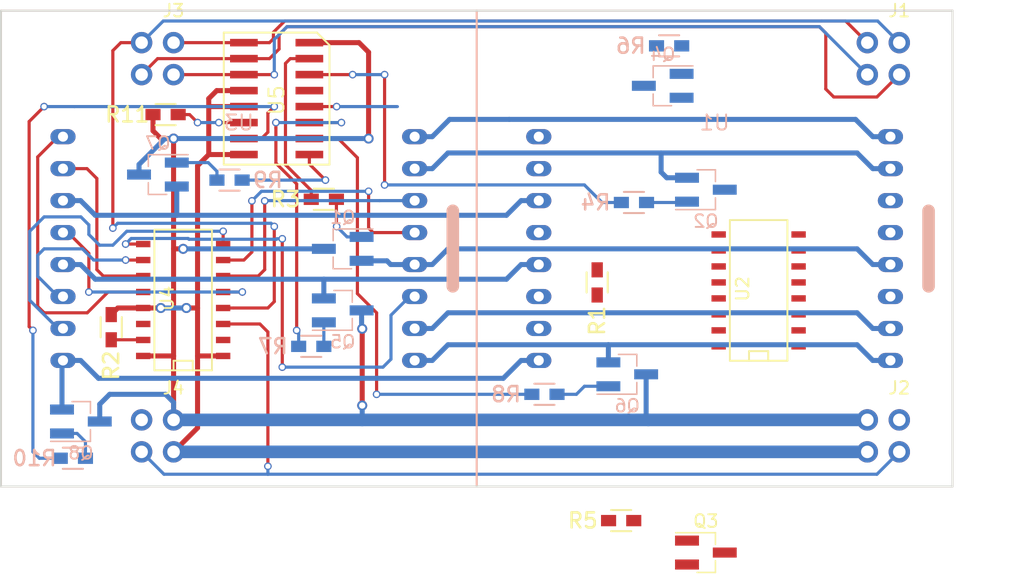
<source format=kicad_pcb>
(kicad_pcb (version 4) (host pcbnew 4.0.6)

  (general
    (links 89)
    (no_connects 36)
    (area 25.324999 25.324999 101.075001 63.275001)
    (thickness 1.6)
    (drawings 4)
    (tracks 335)
    (zones 0)
    (modules 28)
    (nets 54)
  )

  (page A4)
  (layers
    (0 F.Cu signal)
    (31 B.Cu signal)
    (32 B.Adhes user)
    (33 F.Adhes user)
    (34 B.Paste user)
    (35 F.Paste user)
    (36 B.SilkS user)
    (37 F.SilkS user)
    (38 B.Mask user)
    (39 F.Mask user)
    (40 Dwgs.User user)
    (41 Cmts.User user)
    (42 Eco1.User user)
    (43 Eco2.User user)
    (44 Edge.Cuts user)
    (45 Margin user)
    (46 B.CrtYd user)
    (47 F.CrtYd user)
    (48 B.Fab user hide)
    (49 F.Fab user hide)
  )

  (setup
    (last_trace_width 0.25)
    (trace_clearance 0.2)
    (zone_clearance 0.508)
    (zone_45_only no)
    (trace_min 0.2)
    (segment_width 0.2)
    (edge_width 0.15)
    (via_size 0.6)
    (via_drill 0.4)
    (via_min_size 0.4)
    (via_min_drill 0.3)
    (uvia_size 0.3)
    (uvia_drill 0.1)
    (uvias_allowed no)
    (uvia_min_size 0.2)
    (uvia_min_drill 0.1)
    (pcb_text_width 0.3)
    (pcb_text_size 1.5 1.5)
    (mod_edge_width 0.15)
    (mod_text_size 1 1)
    (mod_text_width 0.15)
    (pad_size 1.524 1.524)
    (pad_drill 0.762)
    (pad_to_mask_clearance 0.2)
    (aux_axis_origin 0 0)
    (visible_elements 7FFFFFFF)
    (pcbplotparams
      (layerselection 0x00030_80000001)
      (usegerberextensions false)
      (excludeedgelayer true)
      (linewidth 0.100000)
      (plotframeref false)
      (viasonmask false)
      (mode 1)
      (useauxorigin false)
      (hpglpennumber 1)
      (hpglpenspeed 20)
      (hpglpendiameter 15)
      (hpglpenoverlay 2)
      (psnegative false)
      (psa4output false)
      (plotreference true)
      (plotvalue true)
      (plotinvisibletext false)
      (padsonsilk false)
      (subtractmaskfromsilk false)
      (outputformat 1)
      (mirror false)
      (drillshape 1)
      (scaleselection 1)
      (outputdirectory ""))
  )

  (net 0 "")
  (net 1 /VCC)
  (net 2 /GND)
  (net 3 /RI_A)
  (net 4 /RI_B)
  (net 5 /RI_C)
  (net 6 /CDI)
  (net 7 /CCK)
  (net 8 /CLE)
  (net 9 /CDO)
  (net 10 "Net-(Q1-Pad1)")
  (net 11 /ROW_1)
  (net 12 "Net-(Q2-Pad1)")
  (net 13 /ROW_2)
  (net 14 "Net-(Q3-Pad1)")
  (net 15 /ROW_3)
  (net 16 "Net-(Q4-Pad1)")
  (net 17 /ROW_4)
  (net 18 "Net-(Q5-Pad1)")
  (net 19 /ROW_5)
  (net 20 "Net-(Q6-Pad1)")
  (net 21 /ROW_6)
  (net 22 "Net-(Q7-Pad1)")
  (net 23 /ROW_7)
  (net 24 "Net-(Q8-Pad1)")
  (net 25 /ROW_8)
  (net 26 "Net-(R1-Pad2)")
  (net 27 "Net-(R2-Pad2)")
  (net 28 "/Row Control/RC1")
  (net 29 "/Row Control/RC2")
  (net 30 "/Row Control/RC3")
  (net 31 "/Row Control/RC4")
  (net 32 "/Row Control/RC5")
  (net 33 "/Row Control/RC6")
  (net 34 "/Row Control/RC7")
  (net 35 "/Row Control/RC8")
  (net 36 "Net-(U1-Pad16)")
  (net 37 "Net-(U1-Pad15)")
  (net 38 "Net-(U1-Pad3)")
  (net 39 "Net-(U1-Pad13)")
  (net 40 "Net-(U1-Pad4)")
  (net 41 "Net-(U1-Pad11)")
  (net 42 "Net-(U1-Pad6)")
  (net 43 "Net-(U1-Pad10)")
  (net 44 /matrix_2/COL_DI)
  (net 45 "Net-(U3-Pad16)")
  (net 46 "Net-(U3-Pad15)")
  (net 47 "Net-(U3-Pad3)")
  (net 48 "Net-(U3-Pad13)")
  (net 49 "Net-(U3-Pad4)")
  (net 50 "Net-(U3-Pad11)")
  (net 51 "Net-(U3-Pad6)")
  (net 52 "Net-(U3-Pad10)")
  (net 53 /REN)

  (net_class Default "This is the default net class."
    (clearance 0.2)
    (trace_width 0.25)
    (via_dia 0.6)
    (via_drill 0.4)
    (uvia_dia 0.3)
    (uvia_drill 0.1)
    (add_net /CCK)
    (add_net /CDI)
    (add_net /CDO)
    (add_net /CLE)
    (add_net /REN)
    (add_net /RI_A)
    (add_net /RI_B)
    (add_net /RI_C)
    (add_net "/Row Control/RC1")
    (add_net "/Row Control/RC2")
    (add_net "/Row Control/RC3")
    (add_net "/Row Control/RC4")
    (add_net "/Row Control/RC5")
    (add_net "/Row Control/RC6")
    (add_net "/Row Control/RC7")
    (add_net "/Row Control/RC8")
    (add_net /matrix_2/COL_DI)
    (add_net "Net-(Q1-Pad1)")
    (add_net "Net-(Q2-Pad1)")
    (add_net "Net-(Q3-Pad1)")
    (add_net "Net-(Q4-Pad1)")
    (add_net "Net-(Q5-Pad1)")
    (add_net "Net-(Q6-Pad1)")
    (add_net "Net-(Q7-Pad1)")
    (add_net "Net-(Q8-Pad1)")
    (add_net "Net-(R1-Pad2)")
    (add_net "Net-(R2-Pad2)")
    (add_net "Net-(U1-Pad10)")
    (add_net "Net-(U1-Pad11)")
    (add_net "Net-(U1-Pad13)")
    (add_net "Net-(U1-Pad15)")
    (add_net "Net-(U1-Pad16)")
    (add_net "Net-(U1-Pad3)")
    (add_net "Net-(U1-Pad4)")
    (add_net "Net-(U1-Pad6)")
    (add_net "Net-(U3-Pad10)")
    (add_net "Net-(U3-Pad11)")
    (add_net "Net-(U3-Pad13)")
    (add_net "Net-(U3-Pad15)")
    (add_net "Net-(U3-Pad16)")
    (add_net "Net-(U3-Pad3)")
    (add_net "Net-(U3-Pad4)")
    (add_net "Net-(U3-Pad6)")
  )

  (net_class Power ""
    (clearance 0.3)
    (trace_width 0.4)
    (via_dia 0.8)
    (via_drill 0.5)
    (uvia_dia 0.3)
    (uvia_drill 0.1)
    (add_net /GND)
    (add_net /ROW_1)
    (add_net /ROW_2)
    (add_net /ROW_3)
    (add_net /ROW_4)
    (add_net /ROW_5)
    (add_net /ROW_6)
    (add_net /ROW_7)
    (add_net /ROW_8)
    (add_net /VCC)
  )

  (module footprints:0603_HAND (layer F.Cu) (tedit 570841BE) (tstamp 59AAB071)
    (at 51.054 40.386 180)
    (path /59AAD9C0/59AAE235)
    (fp_text reference R3 (at 3.048 0 180) (layer F.SilkS)
      (effects (font (size 1.2 1.2) (thickness 0.2)))
    )
    (fp_text value 180 (at 0 1.651 180) (layer F.Fab)
      (effects (font (size 1.2 1.2) (thickness 0.2)))
    )
    (fp_line (start -0.8 0.84) (end 0.8 0.84) (layer F.SilkS) (width 0.16))
    (fp_line (start -0.8 -0.84) (end 0.8 -0.84) (layer F.SilkS) (width 0.16))
    (pad 1 smd rect (at -1 0 180) (size 1.2 0.9) (layers F.Cu F.Paste F.Mask)
      (net 10 "Net-(Q1-Pad1)"))
    (pad 2 smd rect (at 1 0 180) (size 1.2 0.9) (layers F.Cu F.Paste F.Mask)
      (net 28 "/Row Control/RC1"))
  )

  (module TO_SOT_Packages_SMD:SOT-23_Handsoldering (layer B.Cu) (tedit 58CE4E7E) (tstamp 59AAB035)
    (at 81.407 39.624)
    (descr "SOT-23, Handsoldering")
    (tags SOT-23)
    (path /59AAD9C0/59AAE395)
    (attr smd)
    (fp_text reference Q2 (at 0 2.5) (layer B.SilkS)
      (effects (font (size 1 1) (thickness 0.15)) (justify mirror))
    )
    (fp_text value PMV50XP (at 0 -2.5) (layer B.Fab)
      (effects (font (size 1 1) (thickness 0.15)) (justify mirror))
    )
    (fp_text user %R (at 0 0 270) (layer B.Fab)
      (effects (font (size 0.5 0.5) (thickness 0.075)) (justify mirror))
    )
    (fp_line (start 0.76 -1.58) (end 0.76 -0.65) (layer B.SilkS) (width 0.12))
    (fp_line (start 0.76 1.58) (end 0.76 0.65) (layer B.SilkS) (width 0.12))
    (fp_line (start -2.7 1.75) (end 2.7 1.75) (layer B.CrtYd) (width 0.05))
    (fp_line (start 2.7 1.75) (end 2.7 -1.75) (layer B.CrtYd) (width 0.05))
    (fp_line (start 2.7 -1.75) (end -2.7 -1.75) (layer B.CrtYd) (width 0.05))
    (fp_line (start -2.7 -1.75) (end -2.7 1.75) (layer B.CrtYd) (width 0.05))
    (fp_line (start 0.76 1.58) (end -2.4 1.58) (layer B.SilkS) (width 0.12))
    (fp_line (start -0.7 0.95) (end -0.7 -1.5) (layer B.Fab) (width 0.1))
    (fp_line (start -0.15 1.52) (end 0.7 1.52) (layer B.Fab) (width 0.1))
    (fp_line (start -0.7 0.95) (end -0.15 1.52) (layer B.Fab) (width 0.1))
    (fp_line (start 0.7 1.52) (end 0.7 -1.52) (layer B.Fab) (width 0.1))
    (fp_line (start -0.7 -1.52) (end 0.7 -1.52) (layer B.Fab) (width 0.1))
    (fp_line (start 0.76 -1.58) (end -0.7 -1.58) (layer B.SilkS) (width 0.12))
    (pad 1 smd rect (at -1.5 0.95) (size 1.9 0.8) (layers B.Cu B.Paste B.Mask)
      (net 12 "Net-(Q2-Pad1)"))
    (pad 2 smd rect (at -1.5 -0.95) (size 1.9 0.8) (layers B.Cu B.Paste B.Mask)
      (net 13 /ROW_2))
    (pad 3 smd rect (at 1.5 0) (size 1.9 0.8) (layers B.Cu B.Paste B.Mask)
      (net 1 /VCC))
    (model ${KISYS3DMOD}/TO_SOT_Packages_SMD.3dshapes\SOT-23.wrl
      (at (xyz 0 0 0))
      (scale (xyz 1 1 1))
      (rotate (xyz 0 0 0))
    )
  )

  (module TO_SOT_Packages_SMD:SOT-23_Handsoldering (layer F.Cu) (tedit 58CE4E7E) (tstamp 59AAB03C)
    (at 81.407 68.453)
    (descr "SOT-23, Handsoldering")
    (tags SOT-23)
    (path /59AAD9C0/59AAE43E)
    (attr smd)
    (fp_text reference Q3 (at 0 -2.5) (layer F.SilkS)
      (effects (font (size 1 1) (thickness 0.15)))
    )
    (fp_text value PMV50XP (at 0 2.5) (layer F.Fab)
      (effects (font (size 1 1) (thickness 0.15)))
    )
    (fp_text user %R (at 0 0 90) (layer F.Fab)
      (effects (font (size 0.5 0.5) (thickness 0.075)))
    )
    (fp_line (start 0.76 1.58) (end 0.76 0.65) (layer F.SilkS) (width 0.12))
    (fp_line (start 0.76 -1.58) (end 0.76 -0.65) (layer F.SilkS) (width 0.12))
    (fp_line (start -2.7 -1.75) (end 2.7 -1.75) (layer F.CrtYd) (width 0.05))
    (fp_line (start 2.7 -1.75) (end 2.7 1.75) (layer F.CrtYd) (width 0.05))
    (fp_line (start 2.7 1.75) (end -2.7 1.75) (layer F.CrtYd) (width 0.05))
    (fp_line (start -2.7 1.75) (end -2.7 -1.75) (layer F.CrtYd) (width 0.05))
    (fp_line (start 0.76 -1.58) (end -2.4 -1.58) (layer F.SilkS) (width 0.12))
    (fp_line (start -0.7 -0.95) (end -0.7 1.5) (layer F.Fab) (width 0.1))
    (fp_line (start -0.15 -1.52) (end 0.7 -1.52) (layer F.Fab) (width 0.1))
    (fp_line (start -0.7 -0.95) (end -0.15 -1.52) (layer F.Fab) (width 0.1))
    (fp_line (start 0.7 -1.52) (end 0.7 1.52) (layer F.Fab) (width 0.1))
    (fp_line (start -0.7 1.52) (end 0.7 1.52) (layer F.Fab) (width 0.1))
    (fp_line (start 0.76 1.58) (end -0.7 1.58) (layer F.SilkS) (width 0.12))
    (pad 1 smd rect (at -1.5 -0.95) (size 1.9 0.8) (layers F.Cu F.Paste F.Mask)
      (net 14 "Net-(Q3-Pad1)"))
    (pad 2 smd rect (at -1.5 0.95) (size 1.9 0.8) (layers F.Cu F.Paste F.Mask)
      (net 15 /ROW_3))
    (pad 3 smd rect (at 1.5 0) (size 1.9 0.8) (layers F.Cu F.Paste F.Mask)
      (net 1 /VCC))
    (model ${KISYS3DMOD}/TO_SOT_Packages_SMD.3dshapes\SOT-23.wrl
      (at (xyz 0 0 0))
      (scale (xyz 1 1 1))
      (rotate (xyz 0 0 0))
    )
  )

  (module TO_SOT_Packages_SMD:SOT-23_Handsoldering (layer B.Cu) (tedit 58CE4E7E) (tstamp 59AAB043)
    (at 77.978 31.369 180)
    (descr "SOT-23, Handsoldering")
    (tags SOT-23)
    (path /59AAD9C0/59AAE451)
    (attr smd)
    (fp_text reference Q4 (at 0 2.5 180) (layer B.SilkS)
      (effects (font (size 1 1) (thickness 0.15)) (justify mirror))
    )
    (fp_text value PMV50XP (at 0 -2.5 180) (layer B.Fab)
      (effects (font (size 1 1) (thickness 0.15)) (justify mirror))
    )
    (fp_text user %R (at 0 0 450) (layer B.Fab)
      (effects (font (size 0.5 0.5) (thickness 0.075)) (justify mirror))
    )
    (fp_line (start 0.76 -1.58) (end 0.76 -0.65) (layer B.SilkS) (width 0.12))
    (fp_line (start 0.76 1.58) (end 0.76 0.65) (layer B.SilkS) (width 0.12))
    (fp_line (start -2.7 1.75) (end 2.7 1.75) (layer B.CrtYd) (width 0.05))
    (fp_line (start 2.7 1.75) (end 2.7 -1.75) (layer B.CrtYd) (width 0.05))
    (fp_line (start 2.7 -1.75) (end -2.7 -1.75) (layer B.CrtYd) (width 0.05))
    (fp_line (start -2.7 -1.75) (end -2.7 1.75) (layer B.CrtYd) (width 0.05))
    (fp_line (start 0.76 1.58) (end -2.4 1.58) (layer B.SilkS) (width 0.12))
    (fp_line (start -0.7 0.95) (end -0.7 -1.5) (layer B.Fab) (width 0.1))
    (fp_line (start -0.15 1.52) (end 0.7 1.52) (layer B.Fab) (width 0.1))
    (fp_line (start -0.7 0.95) (end -0.15 1.52) (layer B.Fab) (width 0.1))
    (fp_line (start 0.7 1.52) (end 0.7 -1.52) (layer B.Fab) (width 0.1))
    (fp_line (start -0.7 -1.52) (end 0.7 -1.52) (layer B.Fab) (width 0.1))
    (fp_line (start 0.76 -1.58) (end -0.7 -1.58) (layer B.SilkS) (width 0.12))
    (pad 1 smd rect (at -1.5 0.95 180) (size 1.9 0.8) (layers B.Cu B.Paste B.Mask)
      (net 16 "Net-(Q4-Pad1)"))
    (pad 2 smd rect (at -1.5 -0.95 180) (size 1.9 0.8) (layers B.Cu B.Paste B.Mask)
      (net 17 /ROW_4))
    (pad 3 smd rect (at 1.5 0 180) (size 1.9 0.8) (layers B.Cu B.Paste B.Mask)
      (net 1 /VCC))
    (model ${KISYS3DMOD}/TO_SOT_Packages_SMD.3dshapes\SOT-23.wrl
      (at (xyz 0 0 0))
      (scale (xyz 1 1 1))
      (rotate (xyz 0 0 0))
    )
  )

  (module TO_SOT_Packages_SMD:SOT-23_Handsoldering (layer B.Cu) (tedit 58CE4E7E) (tstamp 59AAB04A)
    (at 52.554 49.21)
    (descr "SOT-23, Handsoldering")
    (tags SOT-23)
    (path /59AAD9C0/59AAE4ED)
    (attr smd)
    (fp_text reference Q5 (at 0 2.5) (layer B.SilkS)
      (effects (font (size 1 1) (thickness 0.15)) (justify mirror))
    )
    (fp_text value PMV50XP (at 0 -2.5) (layer B.Fab)
      (effects (font (size 1 1) (thickness 0.15)) (justify mirror))
    )
    (fp_text user %R (at 0 0 270) (layer B.Fab)
      (effects (font (size 0.5 0.5) (thickness 0.075)) (justify mirror))
    )
    (fp_line (start 0.76 -1.58) (end 0.76 -0.65) (layer B.SilkS) (width 0.12))
    (fp_line (start 0.76 1.58) (end 0.76 0.65) (layer B.SilkS) (width 0.12))
    (fp_line (start -2.7 1.75) (end 2.7 1.75) (layer B.CrtYd) (width 0.05))
    (fp_line (start 2.7 1.75) (end 2.7 -1.75) (layer B.CrtYd) (width 0.05))
    (fp_line (start 2.7 -1.75) (end -2.7 -1.75) (layer B.CrtYd) (width 0.05))
    (fp_line (start -2.7 -1.75) (end -2.7 1.75) (layer B.CrtYd) (width 0.05))
    (fp_line (start 0.76 1.58) (end -2.4 1.58) (layer B.SilkS) (width 0.12))
    (fp_line (start -0.7 0.95) (end -0.7 -1.5) (layer B.Fab) (width 0.1))
    (fp_line (start -0.15 1.52) (end 0.7 1.52) (layer B.Fab) (width 0.1))
    (fp_line (start -0.7 0.95) (end -0.15 1.52) (layer B.Fab) (width 0.1))
    (fp_line (start 0.7 1.52) (end 0.7 -1.52) (layer B.Fab) (width 0.1))
    (fp_line (start -0.7 -1.52) (end 0.7 -1.52) (layer B.Fab) (width 0.1))
    (fp_line (start 0.76 -1.58) (end -0.7 -1.58) (layer B.SilkS) (width 0.12))
    (pad 1 smd rect (at -1.5 0.95) (size 1.9 0.8) (layers B.Cu B.Paste B.Mask)
      (net 18 "Net-(Q5-Pad1)"))
    (pad 2 smd rect (at -1.5 -0.95) (size 1.9 0.8) (layers B.Cu B.Paste B.Mask)
      (net 19 /ROW_5))
    (pad 3 smd rect (at 1.5 0) (size 1.9 0.8) (layers B.Cu B.Paste B.Mask)
      (net 1 /VCC))
    (model ${KISYS3DMOD}/TO_SOT_Packages_SMD.3dshapes\SOT-23.wrl
      (at (xyz 0 0 0))
      (scale (xyz 1 1 1))
      (rotate (xyz 0 0 0))
    )
  )

  (module TO_SOT_Packages_SMD:SOT-23_Handsoldering (layer B.Cu) (tedit 58CE4E7E) (tstamp 59AAB051)
    (at 75.16 54.29)
    (descr "SOT-23, Handsoldering")
    (tags SOT-23)
    (path /59AAD9C0/59AAE500)
    (attr smd)
    (fp_text reference Q6 (at 0 2.5) (layer B.SilkS)
      (effects (font (size 1 1) (thickness 0.15)) (justify mirror))
    )
    (fp_text value PMV50XP (at 0 -2.5) (layer B.Fab)
      (effects (font (size 1 1) (thickness 0.15)) (justify mirror))
    )
    (fp_text user %R (at 0 0 270) (layer B.Fab)
      (effects (font (size 0.5 0.5) (thickness 0.075)) (justify mirror))
    )
    (fp_line (start 0.76 -1.58) (end 0.76 -0.65) (layer B.SilkS) (width 0.12))
    (fp_line (start 0.76 1.58) (end 0.76 0.65) (layer B.SilkS) (width 0.12))
    (fp_line (start -2.7 1.75) (end 2.7 1.75) (layer B.CrtYd) (width 0.05))
    (fp_line (start 2.7 1.75) (end 2.7 -1.75) (layer B.CrtYd) (width 0.05))
    (fp_line (start 2.7 -1.75) (end -2.7 -1.75) (layer B.CrtYd) (width 0.05))
    (fp_line (start -2.7 -1.75) (end -2.7 1.75) (layer B.CrtYd) (width 0.05))
    (fp_line (start 0.76 1.58) (end -2.4 1.58) (layer B.SilkS) (width 0.12))
    (fp_line (start -0.7 0.95) (end -0.7 -1.5) (layer B.Fab) (width 0.1))
    (fp_line (start -0.15 1.52) (end 0.7 1.52) (layer B.Fab) (width 0.1))
    (fp_line (start -0.7 0.95) (end -0.15 1.52) (layer B.Fab) (width 0.1))
    (fp_line (start 0.7 1.52) (end 0.7 -1.52) (layer B.Fab) (width 0.1))
    (fp_line (start -0.7 -1.52) (end 0.7 -1.52) (layer B.Fab) (width 0.1))
    (fp_line (start 0.76 -1.58) (end -0.7 -1.58) (layer B.SilkS) (width 0.12))
    (pad 1 smd rect (at -1.5 0.95) (size 1.9 0.8) (layers B.Cu B.Paste B.Mask)
      (net 20 "Net-(Q6-Pad1)"))
    (pad 2 smd rect (at -1.5 -0.95) (size 1.9 0.8) (layers B.Cu B.Paste B.Mask)
      (net 21 /ROW_6))
    (pad 3 smd rect (at 1.5 0) (size 1.9 0.8) (layers B.Cu B.Paste B.Mask)
      (net 1 /VCC))
    (model ${KISYS3DMOD}/TO_SOT_Packages_SMD.3dshapes\SOT-23.wrl
      (at (xyz 0 0 0))
      (scale (xyz 1 1 1))
      (rotate (xyz 0 0 0))
    )
  )

  (module TO_SOT_Packages_SMD:SOT-23_Handsoldering (layer B.Cu) (tedit 58CE4E7E) (tstamp 59AAB058)
    (at 37.87 38.42 180)
    (descr "SOT-23, Handsoldering")
    (tags SOT-23)
    (path /59AAD9C0/59AAE513)
    (attr smd)
    (fp_text reference Q7 (at 0 2.5 180) (layer B.SilkS)
      (effects (font (size 1 1) (thickness 0.15)) (justify mirror))
    )
    (fp_text value PMV50XP (at 0 -2.5 180) (layer B.Fab)
      (effects (font (size 1 1) (thickness 0.15)) (justify mirror))
    )
    (fp_text user %R (at 0 0 450) (layer B.Fab)
      (effects (font (size 0.5 0.5) (thickness 0.075)) (justify mirror))
    )
    (fp_line (start 0.76 -1.58) (end 0.76 -0.65) (layer B.SilkS) (width 0.12))
    (fp_line (start 0.76 1.58) (end 0.76 0.65) (layer B.SilkS) (width 0.12))
    (fp_line (start -2.7 1.75) (end 2.7 1.75) (layer B.CrtYd) (width 0.05))
    (fp_line (start 2.7 1.75) (end 2.7 -1.75) (layer B.CrtYd) (width 0.05))
    (fp_line (start 2.7 -1.75) (end -2.7 -1.75) (layer B.CrtYd) (width 0.05))
    (fp_line (start -2.7 -1.75) (end -2.7 1.75) (layer B.CrtYd) (width 0.05))
    (fp_line (start 0.76 1.58) (end -2.4 1.58) (layer B.SilkS) (width 0.12))
    (fp_line (start -0.7 0.95) (end -0.7 -1.5) (layer B.Fab) (width 0.1))
    (fp_line (start -0.15 1.52) (end 0.7 1.52) (layer B.Fab) (width 0.1))
    (fp_line (start -0.7 0.95) (end -0.15 1.52) (layer B.Fab) (width 0.1))
    (fp_line (start 0.7 1.52) (end 0.7 -1.52) (layer B.Fab) (width 0.1))
    (fp_line (start -0.7 -1.52) (end 0.7 -1.52) (layer B.Fab) (width 0.1))
    (fp_line (start 0.76 -1.58) (end -0.7 -1.58) (layer B.SilkS) (width 0.12))
    (pad 1 smd rect (at -1.5 0.95 180) (size 1.9 0.8) (layers B.Cu B.Paste B.Mask)
      (net 22 "Net-(Q7-Pad1)"))
    (pad 2 smd rect (at -1.5 -0.95 180) (size 1.9 0.8) (layers B.Cu B.Paste B.Mask)
      (net 23 /ROW_7))
    (pad 3 smd rect (at 1.5 0 180) (size 1.9 0.8) (layers B.Cu B.Paste B.Mask)
      (net 1 /VCC))
    (model ${KISYS3DMOD}/TO_SOT_Packages_SMD.3dshapes\SOT-23.wrl
      (at (xyz 0 0 0))
      (scale (xyz 1 1 1))
      (rotate (xyz 0 0 0))
    )
  )

  (module TO_SOT_Packages_SMD:SOT-23_Handsoldering (layer B.Cu) (tedit 58CE4E7E) (tstamp 59AAB05F)
    (at 31.75 58.039)
    (descr "SOT-23, Handsoldering")
    (tags SOT-23)
    (path /59AAD9C0/59AAE526)
    (attr smd)
    (fp_text reference Q8 (at 0 2.5) (layer B.SilkS)
      (effects (font (size 1 1) (thickness 0.15)) (justify mirror))
    )
    (fp_text value PMV50XP (at 0 -2.5) (layer B.Fab)
      (effects (font (size 1 1) (thickness 0.15)) (justify mirror))
    )
    (fp_text user %R (at 0 0 270) (layer B.Fab)
      (effects (font (size 0.5 0.5) (thickness 0.075)) (justify mirror))
    )
    (fp_line (start 0.76 -1.58) (end 0.76 -0.65) (layer B.SilkS) (width 0.12))
    (fp_line (start 0.76 1.58) (end 0.76 0.65) (layer B.SilkS) (width 0.12))
    (fp_line (start -2.7 1.75) (end 2.7 1.75) (layer B.CrtYd) (width 0.05))
    (fp_line (start 2.7 1.75) (end 2.7 -1.75) (layer B.CrtYd) (width 0.05))
    (fp_line (start 2.7 -1.75) (end -2.7 -1.75) (layer B.CrtYd) (width 0.05))
    (fp_line (start -2.7 -1.75) (end -2.7 1.75) (layer B.CrtYd) (width 0.05))
    (fp_line (start 0.76 1.58) (end -2.4 1.58) (layer B.SilkS) (width 0.12))
    (fp_line (start -0.7 0.95) (end -0.7 -1.5) (layer B.Fab) (width 0.1))
    (fp_line (start -0.15 1.52) (end 0.7 1.52) (layer B.Fab) (width 0.1))
    (fp_line (start -0.7 0.95) (end -0.15 1.52) (layer B.Fab) (width 0.1))
    (fp_line (start 0.7 1.52) (end 0.7 -1.52) (layer B.Fab) (width 0.1))
    (fp_line (start -0.7 -1.52) (end 0.7 -1.52) (layer B.Fab) (width 0.1))
    (fp_line (start 0.76 -1.58) (end -0.7 -1.58) (layer B.SilkS) (width 0.12))
    (pad 1 smd rect (at -1.5 0.95) (size 1.9 0.8) (layers B.Cu B.Paste B.Mask)
      (net 24 "Net-(Q8-Pad1)"))
    (pad 2 smd rect (at -1.5 -0.95) (size 1.9 0.8) (layers B.Cu B.Paste B.Mask)
      (net 25 /ROW_8))
    (pad 3 smd rect (at 1.5 0) (size 1.9 0.8) (layers B.Cu B.Paste B.Mask)
      (net 1 /VCC))
    (model ${KISYS3DMOD}/TO_SOT_Packages_SMD.3dshapes\SOT-23.wrl
      (at (xyz 0 0 0))
      (scale (xyz 1 1 1))
      (rotate (xyz 0 0 0))
    )
  )

  (module footprints:0603_HAND (layer F.Cu) (tedit 570841BE) (tstamp 59AAB065)
    (at 72.771 46.99 270)
    (path /59AA789F/59AA7F03)
    (fp_text reference R1 (at 3.048 0 270) (layer F.SilkS)
      (effects (font (size 1.2 1.2) (thickness 0.2)))
    )
    (fp_text value 1k (at 0 1.651 270) (layer F.Fab)
      (effects (font (size 1.2 1.2) (thickness 0.2)))
    )
    (fp_line (start -0.8 0.84) (end 0.8 0.84) (layer F.SilkS) (width 0.16))
    (fp_line (start -0.8 -0.84) (end 0.8 -0.84) (layer F.SilkS) (width 0.16))
    (pad 1 smd rect (at -1 0 270) (size 1.2 0.9) (layers F.Cu F.Paste F.Mask)
      (net 2 /GND))
    (pad 2 smd rect (at 1 0 270) (size 1.2 0.9) (layers F.Cu F.Paste F.Mask)
      (net 26 "Net-(R1-Pad2)"))
  )

  (module footprints:0603_HAND (layer F.Cu) (tedit 570841BE) (tstamp 59AAB06B)
    (at 34.163 50.546 270)
    (path /59AABAB3/59AA7F03)
    (fp_text reference R2 (at 3.048 0 270) (layer F.SilkS)
      (effects (font (size 1.2 1.2) (thickness 0.2)))
    )
    (fp_text value 1k (at 0 1.651 270) (layer F.Fab)
      (effects (font (size 1.2 1.2) (thickness 0.2)))
    )
    (fp_line (start -0.8 0.84) (end 0.8 0.84) (layer F.SilkS) (width 0.16))
    (fp_line (start -0.8 -0.84) (end 0.8 -0.84) (layer F.SilkS) (width 0.16))
    (pad 1 smd rect (at -1 0 270) (size 1.2 0.9) (layers F.Cu F.Paste F.Mask)
      (net 2 /GND))
    (pad 2 smd rect (at 1 0 270) (size 1.2 0.9) (layers F.Cu F.Paste F.Mask)
      (net 27 "Net-(R2-Pad2)"))
  )

  (module footprints:0603_HAND (layer B.Cu) (tedit 570841BE) (tstamp 59AAB077)
    (at 75.692 40.64 180)
    (path /59AAD9C0/59AAE39B)
    (fp_text reference R4 (at 3.048 0 180) (layer B.SilkS)
      (effects (font (size 1.2 1.2) (thickness 0.2)) (justify mirror))
    )
    (fp_text value 180 (at 0 -1.651 180) (layer B.Fab)
      (effects (font (size 1.2 1.2) (thickness 0.2)) (justify mirror))
    )
    (fp_line (start -0.8 -0.84) (end 0.8 -0.84) (layer B.SilkS) (width 0.16))
    (fp_line (start -0.8 0.84) (end 0.8 0.84) (layer B.SilkS) (width 0.16))
    (pad 1 smd rect (at -1 0 180) (size 1.2 0.9) (layers B.Cu B.Paste B.Mask)
      (net 12 "Net-(Q2-Pad1)"))
    (pad 2 smd rect (at 1 0 180) (size 1.2 0.9) (layers B.Cu B.Paste B.Mask)
      (net 29 "/Row Control/RC2"))
  )

  (module footprints:0603_HAND (layer F.Cu) (tedit 570841BE) (tstamp 59AAB07D)
    (at 74.676 65.913 180)
    (path /59AAD9C0/59AAE444)
    (fp_text reference R5 (at 3.048 0 180) (layer F.SilkS)
      (effects (font (size 1.2 1.2) (thickness 0.2)))
    )
    (fp_text value 180 (at 0 1.651 180) (layer F.Fab)
      (effects (font (size 1.2 1.2) (thickness 0.2)))
    )
    (fp_line (start -0.8 0.84) (end 0.8 0.84) (layer F.SilkS) (width 0.16))
    (fp_line (start -0.8 -0.84) (end 0.8 -0.84) (layer F.SilkS) (width 0.16))
    (pad 1 smd rect (at -1 0 180) (size 1.2 0.9) (layers F.Cu F.Paste F.Mask)
      (net 14 "Net-(Q3-Pad1)"))
    (pad 2 smd rect (at 1 0 180) (size 1.2 0.9) (layers F.Cu F.Paste F.Mask)
      (net 30 "/Row Control/RC3"))
  )

  (module footprints:0603_HAND (layer B.Cu) (tedit 570841BE) (tstamp 59AAB083)
    (at 78.486 28.194 180)
    (path /59AAD9C0/59AAE457)
    (fp_text reference R6 (at 3.048 0 180) (layer B.SilkS)
      (effects (font (size 1.2 1.2) (thickness 0.2)) (justify mirror))
    )
    (fp_text value 180 (at 0 -1.651 180) (layer B.Fab)
      (effects (font (size 1.2 1.2) (thickness 0.2)) (justify mirror))
    )
    (fp_line (start -0.8 -0.84) (end 0.8 -0.84) (layer B.SilkS) (width 0.16))
    (fp_line (start -0.8 0.84) (end 0.8 0.84) (layer B.SilkS) (width 0.16))
    (pad 1 smd rect (at -1 0 180) (size 1.2 0.9) (layers B.Cu B.Paste B.Mask)
      (net 16 "Net-(Q4-Pad1)"))
    (pad 2 smd rect (at 1 0 180) (size 1.2 0.9) (layers B.Cu B.Paste B.Mask)
      (net 31 "/Row Control/RC4"))
  )

  (module footprints:0603_HAND (layer B.Cu) (tedit 570841BE) (tstamp 59AAB089)
    (at 50.054 52.07 180)
    (path /59AAD9C0/59AAE4F3)
    (fp_text reference R7 (at 3.048 0 180) (layer B.SilkS)
      (effects (font (size 1.2 1.2) (thickness 0.2)) (justify mirror))
    )
    (fp_text value 180 (at 0 -1.651 180) (layer B.Fab)
      (effects (font (size 1.2 1.2) (thickness 0.2)) (justify mirror))
    )
    (fp_line (start -0.8 -0.84) (end 0.8 -0.84) (layer B.SilkS) (width 0.16))
    (fp_line (start -0.8 0.84) (end 0.8 0.84) (layer B.SilkS) (width 0.16))
    (pad 1 smd rect (at -1 0 180) (size 1.2 0.9) (layers B.Cu B.Paste B.Mask)
      (net 18 "Net-(Q5-Pad1)"))
    (pad 2 smd rect (at 1 0 180) (size 1.2 0.9) (layers B.Cu B.Paste B.Mask)
      (net 32 "/Row Control/RC5"))
  )

  (module footprints:0603_HAND (layer B.Cu) (tedit 570841BE) (tstamp 59AAB08F)
    (at 68.58 55.88 180)
    (path /59AAD9C0/59AAE506)
    (fp_text reference R8 (at 3.048 0 180) (layer B.SilkS)
      (effects (font (size 1.2 1.2) (thickness 0.2)) (justify mirror))
    )
    (fp_text value 180 (at 0 -1.651 180) (layer B.Fab)
      (effects (font (size 1.2 1.2) (thickness 0.2)) (justify mirror))
    )
    (fp_line (start -0.8 -0.84) (end 0.8 -0.84) (layer B.SilkS) (width 0.16))
    (fp_line (start -0.8 0.84) (end 0.8 0.84) (layer B.SilkS) (width 0.16))
    (pad 1 smd rect (at -1 0 180) (size 1.2 0.9) (layers B.Cu B.Paste B.Mask)
      (net 20 "Net-(Q6-Pad1)"))
    (pad 2 smd rect (at 1 0 180) (size 1.2 0.9) (layers B.Cu B.Paste B.Mask)
      (net 33 "/Row Control/RC6"))
  )

  (module footprints:0603_HAND (layer B.Cu) (tedit 570841BE) (tstamp 59AAB095)
    (at 43.561 38.862)
    (path /59AAD9C0/59AAE519)
    (fp_text reference R9 (at 3.048 0) (layer B.SilkS)
      (effects (font (size 1.2 1.2) (thickness 0.2)) (justify mirror))
    )
    (fp_text value 180 (at 0 -1.651) (layer B.Fab)
      (effects (font (size 1.2 1.2) (thickness 0.2)) (justify mirror))
    )
    (fp_line (start -0.8 -0.84) (end 0.8 -0.84) (layer B.SilkS) (width 0.16))
    (fp_line (start -0.8 0.84) (end 0.8 0.84) (layer B.SilkS) (width 0.16))
    (pad 1 smd rect (at -1 0) (size 1.2 0.9) (layers B.Cu B.Paste B.Mask)
      (net 22 "Net-(Q7-Pad1)"))
    (pad 2 smd rect (at 1 0) (size 1.2 0.9) (layers B.Cu B.Paste B.Mask)
      (net 34 "/Row Control/RC7"))
  )

  (module footprints:0603_HAND (layer B.Cu) (tedit 570841BE) (tstamp 59AAB09B)
    (at 31.115 60.96 180)
    (path /59AAD9C0/59AAE52C)
    (fp_text reference R10 (at 3.048 0 180) (layer B.SilkS)
      (effects (font (size 1.2 1.2) (thickness 0.2)) (justify mirror))
    )
    (fp_text value 180 (at 0 -1.651 180) (layer B.Fab)
      (effects (font (size 1.2 1.2) (thickness 0.2)) (justify mirror))
    )
    (fp_line (start -0.8 -0.84) (end 0.8 -0.84) (layer B.SilkS) (width 0.16))
    (fp_line (start -0.8 0.84) (end 0.8 0.84) (layer B.SilkS) (width 0.16))
    (pad 1 smd rect (at -1 0 180) (size 1.2 0.9) (layers B.Cu B.Paste B.Mask)
      (net 24 "Net-(Q8-Pad1)"))
    (pad 2 smd rect (at 1 0 180) (size 1.2 0.9) (layers B.Cu B.Paste B.Mask)
      (net 35 "/Row Control/RC8"))
  )

  (module footprints:LEDMATRIX_1588BS locked (layer B.Cu) (tedit 59AAA853) (tstamp 59AAB0B5)
    (at 82.1 44.3 270)
    (path /59AA789F/59AA78F5)
    (fp_text reference U1 (at -10 0 540) (layer B.SilkS)
      (effects (font (size 1.2 1.2) (thickness 0.15)) (justify mirror))
    )
    (fp_text value 1588BS (at 0 0 270) (layer B.Fab)
      (effects (font (size 1.2 1.2) (thickness 0.15)) (justify mirror))
    )
    (fp_line (start -3 -17) (end 3 -17) (layer B.SilkS) (width 1))
    (fp_line (start -18.9 -18.9) (end 18.9 -18.9) (layer B.SilkS) (width 0.15))
    (fp_line (start 18.9 -18.9) (end 18.9 18.9) (layer B.SilkS) (width 0.15))
    (fp_line (start 18.9 18.9) (end -18.9 18.9) (layer B.SilkS) (width 0.15))
    (fp_line (start -18.9 18.9) (end -18.9 -18.9) (layer B.SilkS) (width 0.15))
    (pad 16 thru_hole oval (at -8.89 13.97 270) (size 1.2 2) (drill 0.8) (layers *.Cu *.Mask)
      (net 36 "Net-(U1-Pad16)"))
    (pad 1 thru_hole oval (at -8.89 -13.97 270) (size 1.2 2) (drill 0.8) (layers *.Cu *.Mask)
      (net 17 /ROW_4))
    (pad 15 thru_hole oval (at -6.35 13.97 270) (size 1.2 2) (drill 0.8) (layers *.Cu *.Mask)
      (net 37 "Net-(U1-Pad15)"))
    (pad 2 thru_hole oval (at -6.35 -13.97 270) (size 1.2 2) (drill 0.8) (layers *.Cu *.Mask)
      (net 13 /ROW_2))
    (pad 14 thru_hole oval (at -3.81 13.97 270) (size 1.2 2) (drill 0.8) (layers *.Cu *.Mask)
      (net 23 /ROW_7))
    (pad 3 thru_hole oval (at -3.81 -13.97 270) (size 1.2 2) (drill 0.8) (layers *.Cu *.Mask)
      (net 38 "Net-(U1-Pad3)"))
    (pad 13 thru_hole oval (at -1.27 13.97 270) (size 1.2 2) (drill 0.8) (layers *.Cu *.Mask)
      (net 39 "Net-(U1-Pad13)"))
    (pad 4 thru_hole oval (at -1.27 -13.97 270) (size 1.2 2) (drill 0.8) (layers *.Cu *.Mask)
      (net 40 "Net-(U1-Pad4)"))
    (pad 12 thru_hole oval (at 1.27 13.97 270) (size 1.2 2) (drill 0.8) (layers *.Cu *.Mask)
      (net 19 /ROW_5))
    (pad 5 thru_hole oval (at 1.27 -13.97 270) (size 1.2 2) (drill 0.8) (layers *.Cu *.Mask)
      (net 11 /ROW_1))
    (pad 11 thru_hole oval (at 3.81 13.97 270) (size 1.2 2) (drill 0.8) (layers *.Cu *.Mask)
      (net 41 "Net-(U1-Pad11)"))
    (pad 6 thru_hole oval (at 3.81 -13.97 270) (size 1.2 2) (drill 0.8) (layers *.Cu *.Mask)
      (net 42 "Net-(U1-Pad6)"))
    (pad 10 thru_hole oval (at 6.35 13.97 270) (size 1.2 2) (drill 0.8) (layers *.Cu *.Mask)
      (net 43 "Net-(U1-Pad10)"))
    (pad 7 thru_hole oval (at 6.35 -13.97 270) (size 1.2 2) (drill 0.8) (layers *.Cu *.Mask)
      (net 15 /ROW_3))
    (pad 9 thru_hole oval (at 8.89 13.97 270) (size 1.2 2) (drill 0.8) (layers *.Cu *.Mask)
      (net 25 /ROW_8))
    (pad 8 thru_hole oval (at 8.89 -13.97 270) (size 1.2 2) (drill 0.8) (layers *.Cu *.Mask)
      (net 21 /ROW_6))
  )

  (module SMD_Packages:SO-16-N (layer F.Cu) (tedit 0) (tstamp 59AAB0C9)
    (at 85.598 47.625 90)
    (descr "Module CMS SOJ 16 pins large")
    (tags "CMS SOJ")
    (path /59AA789F/59AA7ABF)
    (attr smd)
    (fp_text reference U2 (at 0.127 -1.27 90) (layer F.SilkS)
      (effects (font (size 1 1) (thickness 0.15)))
    )
    (fp_text value STP08DP05 (at 0 1.27 90) (layer F.Fab)
      (effects (font (size 1 1) (thickness 0.15)))
    )
    (fp_line (start -5.588 -0.762) (end -4.826 -0.762) (layer F.SilkS) (width 0.15))
    (fp_line (start -4.826 -0.762) (end -4.826 0.762) (layer F.SilkS) (width 0.15))
    (fp_line (start -4.826 0.762) (end -5.588 0.762) (layer F.SilkS) (width 0.15))
    (fp_line (start 5.588 -2.286) (end 5.588 2.286) (layer F.SilkS) (width 0.15))
    (fp_line (start 5.588 2.286) (end -5.588 2.286) (layer F.SilkS) (width 0.15))
    (fp_line (start -5.588 2.286) (end -5.588 -2.286) (layer F.SilkS) (width 0.15))
    (fp_line (start -5.588 -2.286) (end 5.588 -2.286) (layer F.SilkS) (width 0.15))
    (pad 16 smd rect (at -4.445 -3.175 90) (size 0.508 1.143) (layers F.Cu F.Paste F.Mask)
      (net 1 /VCC))
    (pad 14 smd rect (at -1.905 -3.175 90) (size 0.508 1.143) (layers F.Cu F.Paste F.Mask)
      (net 44 /matrix_2/COL_DI))
    (pad 13 smd rect (at -0.635 -3.175 90) (size 0.508 1.143) (layers F.Cu F.Paste F.Mask)
      (net 2 /GND))
    (pad 12 smd rect (at 0.635 -3.175 90) (size 0.508 1.143) (layers F.Cu F.Paste F.Mask)
      (net 36 "Net-(U1-Pad16)"))
    (pad 11 smd rect (at 1.905 -3.175 90) (size 0.508 1.143) (layers F.Cu F.Paste F.Mask)
      (net 37 "Net-(U1-Pad15)"))
    (pad 10 smd rect (at 3.175 -3.175 90) (size 0.508 1.143) (layers F.Cu F.Paste F.Mask)
      (net 41 "Net-(U1-Pad11)"))
    (pad 9 smd rect (at 4.445 -3.175 90) (size 0.508 1.143) (layers F.Cu F.Paste F.Mask)
      (net 42 "Net-(U1-Pad6)"))
    (pad 8 smd rect (at 4.445 3.175 90) (size 0.508 1.143) (layers F.Cu F.Paste F.Mask)
      (net 43 "Net-(U1-Pad10)"))
    (pad 7 smd rect (at 3.175 3.175 90) (size 0.508 1.143) (layers F.Cu F.Paste F.Mask)
      (net 40 "Net-(U1-Pad4)"))
    (pad 6 smd rect (at 1.905 3.175 90) (size 0.508 1.143) (layers F.Cu F.Paste F.Mask)
      (net 38 "Net-(U1-Pad3)"))
    (pad 5 smd rect (at 0.635 3.175 90) (size 0.508 1.143) (layers F.Cu F.Paste F.Mask)
      (net 39 "Net-(U1-Pad13)"))
    (pad 4 smd rect (at -0.635 3.175 90) (size 0.508 1.143) (layers F.Cu F.Paste F.Mask)
      (net 8 /CLE))
    (pad 3 smd rect (at -1.905 3.175 90) (size 0.508 1.143) (layers F.Cu F.Paste F.Mask)
      (net 7 /CCK))
    (pad 2 smd rect (at -3.175 3.175 90) (size 0.508 1.143) (layers F.Cu F.Paste F.Mask)
      (net 6 /CDI))
    (pad 1 smd rect (at -4.445 3.175 90) (size 0.508 1.143) (layers F.Cu F.Paste F.Mask)
      (net 2 /GND))
    (pad 15 smd rect (at -3.175 -3.175 90) (size 0.508 1.143) (layers F.Cu F.Paste F.Mask)
      (net 26 "Net-(R1-Pad2)"))
    (model SMD_Packages.3dshapes/SO-16-N.wrl
      (at (xyz 0 0 0))
      (scale (xyz 0.5 0.4 0.5))
      (rotate (xyz 0 0 0))
    )
  )

  (module footprints:LEDMATRIX_1588BS locked (layer B.Cu) (tedit 59AAA853) (tstamp 59AAB0DD)
    (at 44.3 44.3 270)
    (path /59AABAB3/59AA78F5)
    (fp_text reference U3 (at -10 0 540) (layer B.SilkS)
      (effects (font (size 1.2 1.2) (thickness 0.15)) (justify mirror))
    )
    (fp_text value 1588BS (at 0 0 270) (layer B.Fab)
      (effects (font (size 1.2 1.2) (thickness 0.15)) (justify mirror))
    )
    (fp_line (start -3 -17) (end 3 -17) (layer B.SilkS) (width 1))
    (fp_line (start -18.9 -18.9) (end 18.9 -18.9) (layer B.SilkS) (width 0.15))
    (fp_line (start 18.9 -18.9) (end 18.9 18.9) (layer B.SilkS) (width 0.15))
    (fp_line (start 18.9 18.9) (end -18.9 18.9) (layer B.SilkS) (width 0.15))
    (fp_line (start -18.9 18.9) (end -18.9 -18.9) (layer B.SilkS) (width 0.15))
    (pad 16 thru_hole oval (at -8.89 13.97 270) (size 1.2 2) (drill 0.8) (layers *.Cu *.Mask)
      (net 45 "Net-(U3-Pad16)"))
    (pad 1 thru_hole oval (at -8.89 -13.97 270) (size 1.2 2) (drill 0.8) (layers *.Cu *.Mask)
      (net 17 /ROW_4))
    (pad 15 thru_hole oval (at -6.35 13.97 270) (size 1.2 2) (drill 0.8) (layers *.Cu *.Mask)
      (net 46 "Net-(U3-Pad15)"))
    (pad 2 thru_hole oval (at -6.35 -13.97 270) (size 1.2 2) (drill 0.8) (layers *.Cu *.Mask)
      (net 13 /ROW_2))
    (pad 14 thru_hole oval (at -3.81 13.97 270) (size 1.2 2) (drill 0.8) (layers *.Cu *.Mask)
      (net 23 /ROW_7))
    (pad 3 thru_hole oval (at -3.81 -13.97 270) (size 1.2 2) (drill 0.8) (layers *.Cu *.Mask)
      (net 47 "Net-(U3-Pad3)"))
    (pad 13 thru_hole oval (at -1.27 13.97 270) (size 1.2 2) (drill 0.8) (layers *.Cu *.Mask)
      (net 48 "Net-(U3-Pad13)"))
    (pad 4 thru_hole oval (at -1.27 -13.97 270) (size 1.2 2) (drill 0.8) (layers *.Cu *.Mask)
      (net 49 "Net-(U3-Pad4)"))
    (pad 12 thru_hole oval (at 1.27 13.97 270) (size 1.2 2) (drill 0.8) (layers *.Cu *.Mask)
      (net 19 /ROW_5))
    (pad 5 thru_hole oval (at 1.27 -13.97 270) (size 1.2 2) (drill 0.8) (layers *.Cu *.Mask)
      (net 11 /ROW_1))
    (pad 11 thru_hole oval (at 3.81 13.97 270) (size 1.2 2) (drill 0.8) (layers *.Cu *.Mask)
      (net 50 "Net-(U3-Pad11)"))
    (pad 6 thru_hole oval (at 3.81 -13.97 270) (size 1.2 2) (drill 0.8) (layers *.Cu *.Mask)
      (net 51 "Net-(U3-Pad6)"))
    (pad 10 thru_hole oval (at 6.35 13.97 270) (size 1.2 2) (drill 0.8) (layers *.Cu *.Mask)
      (net 52 "Net-(U3-Pad10)"))
    (pad 7 thru_hole oval (at 6.35 -13.97 270) (size 1.2 2) (drill 0.8) (layers *.Cu *.Mask)
      (net 15 /ROW_3))
    (pad 9 thru_hole oval (at 8.89 13.97 270) (size 1.2 2) (drill 0.8) (layers *.Cu *.Mask)
      (net 25 /ROW_8))
    (pad 8 thru_hole oval (at 8.89 -13.97 270) (size 1.2 2) (drill 0.8) (layers *.Cu *.Mask)
      (net 21 /ROW_6))
  )

  (module SMD_Packages:SO-16-N (layer F.Cu) (tedit 0) (tstamp 59AAB0F1)
    (at 39.878 48.387 90)
    (descr "Module CMS SOJ 16 pins large")
    (tags "CMS SOJ")
    (path /59AABAB3/59AA7ABF)
    (attr smd)
    (fp_text reference U4 (at 0.127 -1.27 90) (layer F.SilkS)
      (effects (font (size 1 1) (thickness 0.15)))
    )
    (fp_text value STP08DP05 (at 0 1.27 90) (layer F.Fab)
      (effects (font (size 1 1) (thickness 0.15)))
    )
    (fp_line (start -5.588 -0.762) (end -4.826 -0.762) (layer F.SilkS) (width 0.15))
    (fp_line (start -4.826 -0.762) (end -4.826 0.762) (layer F.SilkS) (width 0.15))
    (fp_line (start -4.826 0.762) (end -5.588 0.762) (layer F.SilkS) (width 0.15))
    (fp_line (start 5.588 -2.286) (end 5.588 2.286) (layer F.SilkS) (width 0.15))
    (fp_line (start 5.588 2.286) (end -5.588 2.286) (layer F.SilkS) (width 0.15))
    (fp_line (start -5.588 2.286) (end -5.588 -2.286) (layer F.SilkS) (width 0.15))
    (fp_line (start -5.588 -2.286) (end 5.588 -2.286) (layer F.SilkS) (width 0.15))
    (pad 16 smd rect (at -4.445 -3.175 90) (size 0.508 1.143) (layers F.Cu F.Paste F.Mask)
      (net 1 /VCC))
    (pad 14 smd rect (at -1.905 -3.175 90) (size 0.508 1.143) (layers F.Cu F.Paste F.Mask)
      (net 9 /CDO))
    (pad 13 smd rect (at -0.635 -3.175 90) (size 0.508 1.143) (layers F.Cu F.Paste F.Mask)
      (net 2 /GND))
    (pad 12 smd rect (at 0.635 -3.175 90) (size 0.508 1.143) (layers F.Cu F.Paste F.Mask)
      (net 45 "Net-(U3-Pad16)"))
    (pad 11 smd rect (at 1.905 -3.175 90) (size 0.508 1.143) (layers F.Cu F.Paste F.Mask)
      (net 46 "Net-(U3-Pad15)"))
    (pad 10 smd rect (at 3.175 -3.175 90) (size 0.508 1.143) (layers F.Cu F.Paste F.Mask)
      (net 50 "Net-(U3-Pad11)"))
    (pad 9 smd rect (at 4.445 -3.175 90) (size 0.508 1.143) (layers F.Cu F.Paste F.Mask)
      (net 51 "Net-(U3-Pad6)"))
    (pad 8 smd rect (at 4.445 3.175 90) (size 0.508 1.143) (layers F.Cu F.Paste F.Mask)
      (net 52 "Net-(U3-Pad10)"))
    (pad 7 smd rect (at 3.175 3.175 90) (size 0.508 1.143) (layers F.Cu F.Paste F.Mask)
      (net 49 "Net-(U3-Pad4)"))
    (pad 6 smd rect (at 1.905 3.175 90) (size 0.508 1.143) (layers F.Cu F.Paste F.Mask)
      (net 47 "Net-(U3-Pad3)"))
    (pad 5 smd rect (at 0.635 3.175 90) (size 0.508 1.143) (layers F.Cu F.Paste F.Mask)
      (net 48 "Net-(U3-Pad13)"))
    (pad 4 smd rect (at -0.635 3.175 90) (size 0.508 1.143) (layers F.Cu F.Paste F.Mask)
      (net 8 /CLE))
    (pad 3 smd rect (at -1.905 3.175 90) (size 0.508 1.143) (layers F.Cu F.Paste F.Mask)
      (net 7 /CCK))
    (pad 2 smd rect (at -3.175 3.175 90) (size 0.508 1.143) (layers F.Cu F.Paste F.Mask)
      (net 44 /matrix_2/COL_DI))
    (pad 1 smd rect (at -4.445 3.175 90) (size 0.508 1.143) (layers F.Cu F.Paste F.Mask)
      (net 2 /GND))
    (pad 15 smd rect (at -3.175 -3.175 90) (size 0.508 1.143) (layers F.Cu F.Paste F.Mask)
      (net 27 "Net-(R2-Pad2)"))
    (model SMD_Packages.3dshapes/SO-16-N.wrl
      (at (xyz 0 0 0))
      (scale (xyz 0.5 0.4 0.5))
      (rotate (xyz 0 0 0))
    )
  )

  (module footprints:SOIC-16 (layer F.Cu) (tedit 0) (tstamp 59AAB105)
    (at 47.304 32.385 270)
    (path /59AAD9C0/59AADF2B)
    (fp_text reference U5 (at 0.127 0 450) (layer F.SilkS)
      (effects (font (size 1.2 1.2) (thickness 0.15)))
    )
    (fp_text value 74HC138 (at 0 0 270) (layer F.Fab)
      (effects (font (size 1.2 1.2) (thickness 0.15)))
    )
    (fp_line (start -4.245 -4.2) (end -5.245 -3.2) (layer F.SilkS) (width 0.15))
    (fp_line (start -5.245 -3.2) (end -5.245 4.2) (layer F.SilkS) (width 0.15))
    (fp_line (start -5.245 4.2) (end 5.245 4.2) (layer F.SilkS) (width 0.15))
    (fp_line (start 5.245 4.2) (end 5.245 -4.2) (layer F.SilkS) (width 0.15))
    (fp_line (start 5.245 -4.2) (end -4.245 -4.2) (layer F.SilkS) (width 0.15))
    (pad 16 smd rect (at -4.445 -2.6 270) (size 0.6 2.2) (layers F.Cu F.Paste F.Mask)
      (net 1 /VCC))
    (pad 1 smd rect (at -4.445 2.6 270) (size 0.6 2.2) (layers F.Cu F.Paste F.Mask)
      (net 3 /RI_A))
    (pad 15 smd rect (at -3.175 -2.6 270) (size 0.6 2.2) (layers F.Cu F.Paste F.Mask)
      (net 28 "/Row Control/RC1"))
    (pad 2 smd rect (at -3.175 2.6 270) (size 0.6 2.2) (layers F.Cu F.Paste F.Mask)
      (net 4 /RI_B))
    (pad 14 smd rect (at -1.905 -2.6 270) (size 0.6 2.2) (layers F.Cu F.Paste F.Mask)
      (net 29 "/Row Control/RC2"))
    (pad 3 smd rect (at -1.905 2.6 270) (size 0.6 2.2) (layers F.Cu F.Paste F.Mask)
      (net 5 /RI_C))
    (pad 13 smd rect (at -0.635 -2.6 270) (size 0.6 2.2) (layers F.Cu F.Paste F.Mask)
      (net 30 "/Row Control/RC3"))
    (pad 4 smd rect (at -0.635 2.6 270) (size 0.6 2.2) (layers F.Cu F.Paste F.Mask)
      (net 2 /GND))
    (pad 12 smd rect (at 0.635 -2.6 270) (size 0.6 2.2) (layers F.Cu F.Paste F.Mask)
      (net 31 "/Row Control/RC4"))
    (pad 5 smd rect (at 0.635 2.6 270) (size 0.6 2.2) (layers F.Cu F.Paste F.Mask)
      (net 2 /GND))
    (pad 11 smd rect (at 1.905 -2.6 270) (size 0.6 2.2) (layers F.Cu F.Paste F.Mask)
      (net 32 "/Row Control/RC5"))
    (pad 6 smd rect (at 1.905 2.6 270) (size 0.6 2.2) (layers F.Cu F.Paste F.Mask)
      (net 53 /REN))
    (pad 10 smd rect (at 3.175 -2.6 270) (size 0.6 2.2) (layers F.Cu F.Paste F.Mask)
      (net 33 "/Row Control/RC6"))
    (pad 7 smd rect (at 3.175 2.6 270) (size 0.6 2.2) (layers F.Cu F.Paste F.Mask)
      (net 35 "/Row Control/RC8"))
    (pad 9 smd rect (at 4.445 -2.6 270) (size 0.6 2.2) (layers F.Cu F.Paste F.Mask)
      (net 34 "/Row Control/RC7"))
    (pad 8 smd rect (at 4.445 2.6 270) (size 0.6 2.2) (layers F.Cu F.Paste F.Mask)
      (net 2 /GND))
  )

  (module footprints:PINHDR_2x2_angled_female locked (layer F.Cu) (tedit 59AB0848) (tstamp 59AB0D9A)
    (at 39.116 27.94)
    (descr "Through hole pin header")
    (tags "pin header")
    (path /59AB23F4)
    (fp_text reference J3 (at 0 -2.54) (layer F.SilkS)
      (effects (font (size 1 1) (thickness 0.15)))
    )
    (fp_text value BUS_OUT1 (at -5.588 5.588) (layer F.Fab)
      (effects (font (size 1 1) (thickness 0.15)))
    )
    (fp_line (start -4.39 -1.75) (end -4.39 4.39) (layer F.CrtYd) (width 0.05))
    (fp_line (start 1.75 -1.75) (end 1.75 4.39) (layer F.CrtYd) (width 0.05))
    (fp_line (start -13.51 -1.75) (end 1.75 -1.75) (layer F.CrtYd) (width 0.05))
    (fp_line (start -13.51 4.39) (end 1.75 4.39) (layer F.CrtYd) (width 0.05))
    (fp_line (start -13.51 -1.75) (end -13.51 4.39) (layer F.CrtYd) (width 0.05))
    (pad 2 thru_hole circle (at 0 0) (size 1.7 1.7) (drill 1) (layers *.Cu *.Mask)
      (net 3 /RI_A))
    (pad 4 thru_hole circle (at 0 2.54) (size 1.7 1.7) (drill 1) (layers *.Cu *.Mask)
      (net 5 /RI_C))
    (pad 1 thru_hole circle (at -2.54 0) (size 1.7 1.7) (drill 1) (layers *.Cu *.Mask)
      (net 8 /CLE))
    (pad 3 thru_hole circle (at -2.54 2.54) (size 1.7 1.7) (drill 1) (layers *.Cu *.Mask)
      (net 4 /RI_B))
    (model Pin_Headers.3dshapes/Pin_Header_Straight_1x10.wrl
      (at (xyz 0 -0.45 0))
      (scale (xyz 1 1 1))
      (rotate (xyz 0 0 90))
    )
  )

  (module footprints:PINHDR_2x2_angled_female locked (layer F.Cu) (tedit 59AB0848) (tstamp 59AB0DA2)
    (at 39.116 57.912)
    (descr "Through hole pin header")
    (tags "pin header")
    (path /59AB19E8)
    (fp_text reference J4 (at 0 -2.54) (layer F.SilkS)
      (effects (font (size 1 1) (thickness 0.15)))
    )
    (fp_text value BUS_OUT2 (at -5.588 5.588) (layer F.Fab)
      (effects (font (size 1 1) (thickness 0.15)))
    )
    (fp_line (start -4.39 -1.75) (end -4.39 4.39) (layer F.CrtYd) (width 0.05))
    (fp_line (start 1.75 -1.75) (end 1.75 4.39) (layer F.CrtYd) (width 0.05))
    (fp_line (start -13.51 -1.75) (end 1.75 -1.75) (layer F.CrtYd) (width 0.05))
    (fp_line (start -13.51 4.39) (end 1.75 4.39) (layer F.CrtYd) (width 0.05))
    (fp_line (start -13.51 -1.75) (end -13.51 4.39) (layer F.CrtYd) (width 0.05))
    (pad 2 thru_hole circle (at 0 0) (size 1.7 1.7) (drill 1) (layers *.Cu *.Mask)
      (net 1 /VCC))
    (pad 4 thru_hole circle (at 0 2.54) (size 1.7 1.7) (drill 1) (layers *.Cu *.Mask)
      (net 2 /GND))
    (pad 1 thru_hole circle (at -2.54 0) (size 1.7 1.7) (drill 1) (layers *.Cu *.Mask)
      (net 9 /CDO))
    (pad 3 thru_hole circle (at -2.54 2.54) (size 1.7 1.7) (drill 1) (layers *.Cu *.Mask)
      (net 7 /CCK))
    (model Pin_Headers.3dshapes/Pin_Header_Straight_1x10.wrl
      (at (xyz 0 -0.45 0))
      (scale (xyz 1 1 1))
      (rotate (xyz 0 0 90))
    )
  )

  (module footprints:PINHDR_2x2_angled_male locked (layer F.Cu) (tedit 59AAF5B6) (tstamp 59AB0D92)
    (at 96.774 57.912)
    (descr "Through hole pin header")
    (tags "pin header")
    (path /59AB4B91)
    (fp_text reference J2 (at 0 -2.54) (layer F.SilkS)
      (effects (font (size 1 1) (thickness 0.15)))
    )
    (fp_text value BUS_IN2 (at 2.54 5.588 180) (layer F.Fab)
      (effects (font (size 1 1) (thickness 0.15)))
    )
    (fp_line (start -4.39 -1.75) (end -4.39 4.39) (layer F.CrtYd) (width 0.05))
    (fp_line (start 1.75 -1.75) (end 1.75 4.39) (layer F.CrtYd) (width 0.05))
    (fp_line (start -4.39 -1.75) (end 9.9 -1.75) (layer F.CrtYd) (width 0.05))
    (fp_line (start -4.39 4.39) (end 9.9 4.39) (layer F.CrtYd) (width 0.05))
    (fp_line (start 4.06 -1.75) (end 4.06 4.39) (layer F.CrtYd) (width 0.05))
    (fp_line (start 9.9 -1.75) (end 9.9 4.39) (layer F.CrtYd) (width 0.05))
    (pad 1 thru_hole circle (at 0 0) (size 1.7 1.7) (drill 1) (layers *.Cu *.Mask)
      (net 6 /CDI))
    (pad 3 thru_hole circle (at 0 2.54) (size 1.7 1.7) (drill 1) (layers *.Cu *.Mask)
      (net 7 /CCK))
    (pad 2 thru_hole circle (at -2.54 0) (size 1.7 1.7) (drill 1) (layers *.Cu *.Mask)
      (net 1 /VCC))
    (pad 4 thru_hole circle (at -2.54 2.54) (size 1.7 1.7) (drill 1) (layers *.Cu *.Mask)
      (net 2 /GND))
    (model Pin_Headers.3dshapes/Pin_Header_Straight_1x10.wrl
      (at (xyz 0 -0.45 0))
      (scale (xyz 1 1 1))
      (rotate (xyz 0 0 90))
    )
  )

  (module footprints:PINHDR_2x2_angled_male locked (layer F.Cu) (tedit 59AAF5B6) (tstamp 59AB0D8A)
    (at 96.774 27.94)
    (descr "Through hole pin header")
    (tags "pin header")
    (path /59AB4B97)
    (fp_text reference J1 (at 0 -2.54) (layer F.SilkS)
      (effects (font (size 1 1) (thickness 0.15)))
    )
    (fp_text value BUS_IN1 (at 2.54 5.588 180) (layer F.Fab)
      (effects (font (size 1 1) (thickness 0.15)))
    )
    (fp_line (start -4.39 -1.75) (end -4.39 4.39) (layer F.CrtYd) (width 0.05))
    (fp_line (start 1.75 -1.75) (end 1.75 4.39) (layer F.CrtYd) (width 0.05))
    (fp_line (start -4.39 -1.75) (end 9.9 -1.75) (layer F.CrtYd) (width 0.05))
    (fp_line (start -4.39 4.39) (end 9.9 4.39) (layer F.CrtYd) (width 0.05))
    (fp_line (start 4.06 -1.75) (end 4.06 4.39) (layer F.CrtYd) (width 0.05))
    (fp_line (start 9.9 -1.75) (end 9.9 4.39) (layer F.CrtYd) (width 0.05))
    (pad 1 thru_hole circle (at 0 0) (size 1.7 1.7) (drill 1) (layers *.Cu *.Mask)
      (net 8 /CLE))
    (pad 3 thru_hole circle (at 0 2.54) (size 1.7 1.7) (drill 1) (layers *.Cu *.Mask)
      (net 4 /RI_B))
    (pad 2 thru_hole circle (at -2.54 0) (size 1.7 1.7) (drill 1) (layers *.Cu *.Mask)
      (net 3 /RI_A))
    (pad 4 thru_hole circle (at -2.54 2.54) (size 1.7 1.7) (drill 1) (layers *.Cu *.Mask)
      (net 5 /RI_C))
    (model Pin_Headers.3dshapes/Pin_Header_Straight_1x10.wrl
      (at (xyz 0 -0.45 0))
      (scale (xyz 1 1 1))
      (rotate (xyz 0 0 90))
    )
  )

  (module TO_SOT_Packages_SMD:SOT-23_Handsoldering (layer B.Cu) (tedit 58CE4E7E) (tstamp 59AB1146)
    (at 52.554 44.323 180)
    (descr "SOT-23, Handsoldering")
    (tags SOT-23)
    (path /59AAD9C0/59AAE1E4)
    (attr smd)
    (fp_text reference Q1 (at 0 2.5 180) (layer B.SilkS)
      (effects (font (size 1 1) (thickness 0.15)) (justify mirror))
    )
    (fp_text value PMV50XP (at 0 -2.5 180) (layer B.Fab)
      (effects (font (size 1 1) (thickness 0.15)) (justify mirror))
    )
    (fp_text user %R (at 0 0 450) (layer B.Fab)
      (effects (font (size 0.5 0.5) (thickness 0.075)) (justify mirror))
    )
    (fp_line (start 0.76 -1.58) (end 0.76 -0.65) (layer B.SilkS) (width 0.12))
    (fp_line (start 0.76 1.58) (end 0.76 0.65) (layer B.SilkS) (width 0.12))
    (fp_line (start -2.7 1.75) (end 2.7 1.75) (layer B.CrtYd) (width 0.05))
    (fp_line (start 2.7 1.75) (end 2.7 -1.75) (layer B.CrtYd) (width 0.05))
    (fp_line (start 2.7 -1.75) (end -2.7 -1.75) (layer B.CrtYd) (width 0.05))
    (fp_line (start -2.7 -1.75) (end -2.7 1.75) (layer B.CrtYd) (width 0.05))
    (fp_line (start 0.76 1.58) (end -2.4 1.58) (layer B.SilkS) (width 0.12))
    (fp_line (start -0.7 0.95) (end -0.7 -1.5) (layer B.Fab) (width 0.1))
    (fp_line (start -0.15 1.52) (end 0.7 1.52) (layer B.Fab) (width 0.1))
    (fp_line (start -0.7 0.95) (end -0.15 1.52) (layer B.Fab) (width 0.1))
    (fp_line (start 0.7 1.52) (end 0.7 -1.52) (layer B.Fab) (width 0.1))
    (fp_line (start -0.7 -1.52) (end 0.7 -1.52) (layer B.Fab) (width 0.1))
    (fp_line (start 0.76 -1.58) (end -0.7 -1.58) (layer B.SilkS) (width 0.12))
    (pad 1 smd rect (at -1.5 0.95 180) (size 1.9 0.8) (layers B.Cu B.Paste B.Mask)
      (net 10 "Net-(Q1-Pad1)"))
    (pad 2 smd rect (at -1.5 -0.95 180) (size 1.9 0.8) (layers B.Cu B.Paste B.Mask)
      (net 11 /ROW_1))
    (pad 3 smd rect (at 1.5 0 180) (size 1.9 0.8) (layers B.Cu B.Paste B.Mask)
      (net 1 /VCC))
    (model ${KISYS3DMOD}/TO_SOT_Packages_SMD.3dshapes\SOT-23.wrl
      (at (xyz 0 0 0))
      (scale (xyz 1 1 1))
      (rotate (xyz 0 0 0))
    )
  )

  (module footprints:0603_HAND (layer F.Cu) (tedit 570841BE) (tstamp 59AB2CD3)
    (at 38.481 33.655 180)
    (path /59AB4113)
    (fp_text reference R11 (at 3.048 0 180) (layer F.SilkS)
      (effects (font (size 1.2 1.2) (thickness 0.2)))
    )
    (fp_text value 10k (at 0 1.651 180) (layer F.Fab)
      (effects (font (size 1.2 1.2) (thickness 0.2)))
    )
    (fp_line (start -0.8 0.84) (end 0.8 0.84) (layer F.SilkS) (width 0.16))
    (fp_line (start -0.8 -0.84) (end 0.8 -0.84) (layer F.SilkS) (width 0.16))
    (pad 1 smd rect (at -1 0 180) (size 1.2 0.9) (layers F.Cu F.Paste F.Mask)
      (net 53 /REN))
    (pad 2 smd rect (at 1 0 180) (size 1.2 0.9) (layers F.Cu F.Paste F.Mask)
      (net 1 /VCC))
  )

  (gr_line (start 25.4 25.4) (end 25.4 63.2) (layer Edge.Cuts) (width 0.15))
  (gr_line (start 25.4 63.2) (end 101 63.2) (layer Edge.Cuts) (width 0.15))
  (gr_line (start 101 25.4) (end 101 63.2) (layer Edge.Cuts) (width 0.15))
  (gr_line (start 25.4 25.4) (end 101 25.4) (layer Edge.Cuts) (width 0.15))

  (segment (start 76.835 57.912) (end 54.102 57.912) (width 1) (layer B.Cu) (net 1))
  (segment (start 94.234 57.912) (end 76.835 57.912) (width 1) (layer B.Cu) (net 1))
  (segment (start 76.835 57.912) (end 76.66 57.737) (width 0.4) (layer B.Cu) (net 1))
  (segment (start 76.66 57.737) (end 76.66 54.29) (width 0.4) (layer B.Cu) (net 1))
  (segment (start 34.036 55.88) (end 33.25 56.666) (width 0.4) (layer B.Cu) (net 1))
  (segment (start 33.25 56.666) (end 33.25 58.039) (width 0.4) (layer B.Cu) (net 1))
  (segment (start 38.481 55.88) (end 34.036 55.88) (width 0.4) (layer B.Cu) (net 1))
  (segment (start 39.116 56.515) (end 39.116 57.912) (width 0.4) (layer B.Cu) (net 1))
  (segment (start 38.481 55.88) (end 39.116 56.515) (width 0.4) (layer B.Cu) (net 1))
  (segment (start 37.481 34.941) (end 38.1 35.56) (width 0.4) (layer F.Cu) (net 1))
  (segment (start 38.1 35.56) (end 39.116 35.56) (width 0.4) (layer F.Cu) (net 1))
  (segment (start 37.481 33.655) (end 37.481 34.941) (width 0.4) (layer F.Cu) (net 1))
  (segment (start 54.102 57.912) (end 39.116 57.912) (width 1) (layer B.Cu) (net 1) (status 20))
  (segment (start 54.102 56.769) (end 54.102 57.912) (width 0.4) (layer B.Cu) (net 1))
  (segment (start 54.102 50.673) (end 54.102 56.769) (width 0.4) (layer F.Cu) (net 1))
  (via (at 54.102 56.769) (size 0.8) (drill 0.5) (layers F.Cu B.Cu) (net 1))
  (segment (start 54.054 49.21) (end 54.054 50.625) (width 0.4) (layer B.Cu) (net 1) (status 10))
  (segment (start 54.054 50.625) (end 54.102 50.673) (width 0.4) (layer B.Cu) (net 1))
  (via (at 54.102 50.673) (size 0.8) (drill 0.5) (layers F.Cu B.Cu) (net 1))
  (segment (start 39.116 52.832) (end 39.116 44.323) (width 0.4) (layer F.Cu) (net 1))
  (segment (start 39.116 44.323) (end 39.116 35.56) (width 0.4) (layer F.Cu) (net 1))
  (segment (start 39.878 44.323) (end 39.116 44.323) (width 0.4) (layer F.Cu) (net 1))
  (segment (start 51.054 44.323) (end 39.878 44.323) (width 0.4) (layer B.Cu) (net 1) (status 10))
  (via (at 39.878 44.323) (size 0.8) (drill 0.5) (layers F.Cu B.Cu) (net 1))
  (segment (start 39.116 57.912) (end 39.116 52.832) (width 0.4) (layer F.Cu) (net 1) (status 10))
  (segment (start 36.703 52.832) (end 39.116 52.832) (width 0.4) (layer F.Cu) (net 1) (status 10))
  (segment (start 49.904 27.94) (end 53.848 27.94) (width 0.4) (layer F.Cu) (net 1) (status 10))
  (segment (start 53.848 27.94) (end 54.61 28.702) (width 0.4) (layer F.Cu) (net 1))
  (segment (start 54.61 28.702) (end 54.61 35.56) (width 0.4) (layer F.Cu) (net 1))
  (segment (start 39.116 35.56) (end 54.61 35.56) (width 0.4) (layer B.Cu) (net 1))
  (via (at 54.61 35.56) (size 0.8) (drill 0.5) (layers F.Cu B.Cu) (net 1))
  (segment (start 36.37 38.42) (end 36.37 37.62) (width 0.4) (layer B.Cu) (net 1) (status 10))
  (segment (start 36.37 37.62) (end 38.43 35.56) (width 0.4) (layer B.Cu) (net 1))
  (segment (start 38.43 35.56) (end 39.116 35.56) (width 0.4) (layer B.Cu) (net 1))
  (via (at 39.116 35.56) (size 0.8) (drill 0.5) (layers F.Cu B.Cu) (net 1))
  (segment (start 38.1 49.022) (end 36.703 49.022) (width 0.4) (layer F.Cu) (net 2) (status 20))
  (segment (start 40.132 49.022) (end 38.1 49.022) (width 0.4) (layer B.Cu) (net 2))
  (via (at 38.1 49.022) (size 0.8) (drill 0.5) (layers F.Cu B.Cu) (net 2))
  (segment (start 34.163 49.546) (end 34.687 49.022) (width 0.4) (layer F.Cu) (net 2) (status 10))
  (segment (start 34.687 49.022) (end 36.703 49.022) (width 0.4) (layer F.Cu) (net 2) (status 20))
  (segment (start 41.021 52.832) (end 41.021 49.022) (width 0.4) (layer F.Cu) (net 2))
  (segment (start 41.021 49.022) (end 41.021 37.719) (width 0.4) (layer F.Cu) (net 2))
  (segment (start 40.132 49.022) (end 41.021 49.022) (width 0.4) (layer F.Cu) (net 2))
  (via (at 40.132 49.022) (size 0.8) (drill 0.5) (layers F.Cu B.Cu) (net 2))
  (segment (start 41.021 58.547) (end 41.021 52.832) (width 0.4) (layer F.Cu) (net 2))
  (segment (start 43.053 52.832) (end 41.021 52.832) (width 0.4) (layer F.Cu) (net 2) (status 10))
  (segment (start 41.021 37.719) (end 41.91 36.83) (width 0.4) (layer F.Cu) (net 2))
  (segment (start 39.116 60.452) (end 41.021 58.547) (width 0.4) (layer F.Cu) (net 2) (status 10))
  (segment (start 41.91 36.83) (end 41.91 33.02) (width 0.4) (layer F.Cu) (net 2))
  (segment (start 44.704 36.83) (end 41.91 36.83) (width 0.4) (layer F.Cu) (net 2) (status 10))
  (segment (start 41.91 33.02) (end 41.91 32.385) (width 0.4) (layer F.Cu) (net 2))
  (segment (start 44.704 33.02) (end 41.91 33.02) (width 0.4) (layer F.Cu) (net 2) (status 10))
  (segment (start 41.91 32.385) (end 42.545 31.75) (width 0.4) (layer F.Cu) (net 2))
  (segment (start 42.545 31.75) (end 44.704 31.75) (width 0.4) (layer F.Cu) (net 2) (status 20))
  (segment (start 94.234 60.452) (end 39.116 60.452) (width 1) (layer B.Cu) (net 2) (status 30))
  (segment (start 44.704 27.94) (end 46.736 27.94) (width 0.25) (layer F.Cu) (net 3) (status 10))
  (segment (start 46.736 27.94) (end 47.04799 27.62801) (width 0.25) (layer F.Cu) (net 3))
  (segment (start 47.047991 27.118599) (end 47.9466 26.21999) (width 0.25) (layer F.Cu) (net 3))
  (segment (start 47.04799 27.62801) (end 47.047991 27.118599) (width 0.25) (layer F.Cu) (net 3))
  (segment (start 47.9466 26.21999) (end 92.51399 26.21999) (width 0.25) (layer F.Cu) (net 3))
  (segment (start 92.51399 26.21999) (end 94.234 27.94) (width 0.25) (layer F.Cu) (net 3) (status 20))
  (segment (start 39.116 27.94) (end 44.704 27.94) (width 0.25) (layer F.Cu) (net 3) (status 30))
  (segment (start 44.704 29.21) (end 46.736 29.21) (width 0.25) (layer F.Cu) (net 4) (status 10))
  (segment (start 90.424 26.67) (end 90.932 27.178) (width 0.25) (layer F.Cu) (net 4))
  (segment (start 46.736 29.21) (end 47.498 28.448) (width 0.25) (layer F.Cu) (net 4))
  (segment (start 47.498 28.448) (end 47.498 27.305) (width 0.25) (layer F.Cu) (net 4))
  (segment (start 91.567 32.258) (end 94.996 32.258) (width 0.25) (layer F.Cu) (net 4))
  (segment (start 47.498 27.305) (end 48.133 26.67) (width 0.25) (layer F.Cu) (net 4))
  (segment (start 48.133 26.67) (end 90.424 26.67) (width 0.25) (layer F.Cu) (net 4))
  (segment (start 90.932 27.178) (end 90.932 31.623) (width 0.25) (layer F.Cu) (net 4))
  (segment (start 90.932 31.623) (end 91.567 32.258) (width 0.25) (layer F.Cu) (net 4))
  (segment (start 94.996 32.258) (end 96.774 30.48) (width 0.25) (layer F.Cu) (net 4) (status 20))
  (segment (start 37.846 29.21) (end 44.704 29.21) (width 0.25) (layer F.Cu) (net 4) (status 20))
  (segment (start 36.576 30.48) (end 37.846 29.21) (width 0.25) (layer F.Cu) (net 4) (status 10))
  (segment (start 48.133 26.67) (end 90.424 26.67) (width 0.25) (layer B.Cu) (net 5))
  (segment (start 90.424 26.67) (end 94.234 30.48) (width 0.25) (layer B.Cu) (net 5) (status 20))
  (segment (start 47.117 27.686) (end 48.133 26.67) (width 0.25) (layer B.Cu) (net 5))
  (segment (start 47.117 30.48) (end 47.117 27.686) (width 0.25) (layer B.Cu) (net 5))
  (segment (start 44.704 30.48) (end 47.117 30.48) (width 0.25) (layer F.Cu) (net 5) (status 10))
  (via (at 47.117 30.48) (size 0.6) (drill 0.4) (layers F.Cu B.Cu) (net 5))
  (segment (start 39.116 30.48) (end 44.704 30.48) (width 0.25) (layer F.Cu) (net 5) (status 30))
  (segment (start 94.996 62.23) (end 46.609 62.23) (width 0.25) (layer B.Cu) (net 7))
  (segment (start 46.609 62.23) (end 38.354 62.23) (width 0.25) (layer B.Cu) (net 7))
  (segment (start 46.609 61.595) (end 46.609 62.23) (width 0.25) (layer B.Cu) (net 7))
  (segment (start 46.609 50.927) (end 46.609 61.595) (width 0.25) (layer F.Cu) (net 7))
  (via (at 46.609 61.595) (size 0.6) (drill 0.4) (layers F.Cu B.Cu) (net 7))
  (segment (start 45.974 50.292) (end 46.609 50.927) (width 0.25) (layer F.Cu) (net 7))
  (segment (start 43.053 50.292) (end 45.974 50.292) (width 0.25) (layer F.Cu) (net 7) (status 10))
  (segment (start 96.774 60.452) (end 94.996 62.23) (width 0.25) (layer B.Cu) (net 7) (status 10))
  (segment (start 38.354 62.23) (end 36.576 60.452) (width 0.25) (layer B.Cu) (net 7) (status 20))
  (segment (start 34.29 42.672) (end 34.671 42.291) (width 0.25) (layer B.Cu) (net 8))
  (segment (start 34.671 42.291) (end 46.863 42.291) (width 0.25) (layer B.Cu) (net 8))
  (segment (start 46.863 42.291) (end 47.117 42.545) (width 0.25) (layer B.Cu) (net 8))
  (segment (start 46.609 49.022) (end 47.117 48.514) (width 0.25) (layer F.Cu) (net 8))
  (segment (start 47.117 48.514) (end 47.117 42.545) (width 0.25) (layer F.Cu) (net 8))
  (via (at 47.117 42.545) (size 0.6) (drill 0.4) (layers F.Cu B.Cu) (net 8))
  (segment (start 43.8745 49.022) (end 46.609 49.022) (width 0.25) (layer F.Cu) (net 8))
  (segment (start 43.053 49.022) (end 43.8745 49.022) (width 0.25) (layer F.Cu) (net 8))
  (segment (start 34.29 42.672) (end 34.29 28.575) (width 0.25) (layer F.Cu) (net 8))
  (segment (start 34.925 27.94) (end 36.576 27.94) (width 0.25) (layer F.Cu) (net 8))
  (segment (start 34.29 28.575) (end 34.925 27.94) (width 0.25) (layer F.Cu) (net 8))
  (via (at 34.29 42.672) (size 0.6) (drill 0.4) (layers F.Cu B.Cu) (net 8))
  (segment (start 90.6104 26.21999) (end 38.29601 26.21999) (width 0.25) (layer B.Cu) (net 8))
  (segment (start 38.29601 26.21999) (end 36.576 27.94) (width 0.25) (layer B.Cu) (net 8) (status 20))
  (segment (start 96.774 27.94) (end 95.053991 26.219991) (width 0.25) (layer B.Cu) (net 8) (status 10))
  (segment (start 95.053991 26.219991) (end 90.6104 26.21999) (width 0.25) (layer B.Cu) (net 8))
  (segment (start 52.054 40.386) (end 52.054 42.529) (width 0.25) (layer F.Cu) (net 10) (status 10))
  (segment (start 52.054 42.529) (end 52.07 42.545) (width 0.25) (layer F.Cu) (net 10))
  (segment (start 54.054 43.373) (end 52.898 43.373) (width 0.25) (layer B.Cu) (net 10) (status 10))
  (segment (start 52.898 43.373) (end 52.07 42.545) (width 0.25) (layer B.Cu) (net 10))
  (via (at 52.07 42.545) (size 0.6) (drill 0.4) (layers F.Cu B.Cu) (net 10))
  (segment (start 56.365 45.57) (end 56.068 45.273) (width 0.4) (layer B.Cu) (net 11))
  (segment (start 56.068 45.273) (end 54.054 45.273) (width 0.4) (layer B.Cu) (net 11) (status 20))
  (segment (start 58.27 45.57) (end 56.365 45.57) (width 0.4) (layer B.Cu) (net 11) (status 10))
  (segment (start 58.27 45.57) (end 57.87 45.57) (width 0.4) (layer F.Cu) (net 11) (status 30))
  (segment (start 58.227 45.527) (end 58.27 45.57) (width 0.4) (layer B.Cu) (net 11) (status 30))
  (segment (start 93.423 44.323) (end 60.917 44.323) (width 0.4) (layer B.Cu) (net 11))
  (segment (start 60.917 44.323) (end 59.67 45.57) (width 0.4) (layer B.Cu) (net 11))
  (segment (start 59.67 45.57) (end 58.27 45.57) (width 0.4) (layer B.Cu) (net 11) (status 20))
  (segment (start 96.07 45.57) (end 94.67 45.57) (width 0.4) (layer B.Cu) (net 11) (status 10))
  (segment (start 94.67 45.57) (end 93.423 44.323) (width 0.4) (layer B.Cu) (net 11))
  (segment (start 58.27 45.57) (end 58.67 45.57) (width 0.25) (layer B.Cu) (net 11) (status 30))
  (segment (start 76.692 40.64) (end 79.841 40.64) (width 0.25) (layer B.Cu) (net 12) (status 30))
  (segment (start 79.841 40.64) (end 79.907 40.574) (width 0.25) (layer B.Cu) (net 12) (status 30))
  (segment (start 93.423 36.703) (end 77.851 36.703) (width 0.4) (layer B.Cu) (net 13))
  (segment (start 77.851 36.703) (end 60.917 36.703) (width 0.4) (layer B.Cu) (net 13))
  (segment (start 78.298 38.674) (end 77.851 38.227) (width 0.4) (layer B.Cu) (net 13))
  (segment (start 77.851 38.227) (end 77.851 36.703) (width 0.4) (layer B.Cu) (net 13))
  (segment (start 79.907 38.674) (end 78.298 38.674) (width 0.4) (layer B.Cu) (net 13) (status 10))
  (segment (start 60.917 36.703) (end 59.67 37.95) (width 0.4) (layer B.Cu) (net 13))
  (segment (start 59.67 37.95) (end 58.27 37.95) (width 0.4) (layer B.Cu) (net 13) (status 20))
  (segment (start 96.07 37.95) (end 94.67 37.95) (width 0.4) (layer B.Cu) (net 13) (status 10))
  (segment (start 94.67 37.95) (end 93.423 36.703) (width 0.4) (layer B.Cu) (net 13))
  (segment (start 93.423 49.403) (end 60.917 49.403) (width 0.4) (layer B.Cu) (net 15))
  (segment (start 60.917 49.403) (end 59.67 50.65) (width 0.4) (layer B.Cu) (net 15))
  (segment (start 59.67 50.65) (end 58.27 50.65) (width 0.4) (layer B.Cu) (net 15) (status 20))
  (segment (start 96.07 50.65) (end 94.67 50.65) (width 0.4) (layer B.Cu) (net 15) (status 10))
  (segment (start 94.67 50.65) (end 93.423 49.403) (width 0.4) (layer B.Cu) (net 15))
  (segment (start 93.296 34.036) (end 65.786 34.036) (width 0.4) (layer B.Cu) (net 17))
  (segment (start 65.786 34.036) (end 61.044 34.036) (width 0.4) (layer B.Cu) (net 17))
  (segment (start 61.044 34.036) (end 59.67 35.41) (width 0.4) (layer B.Cu) (net 17))
  (segment (start 59.67 35.41) (end 58.27 35.41) (width 0.4) (layer B.Cu) (net 17) (status 20))
  (segment (start 96.07 35.41) (end 94.67 35.41) (width 0.4) (layer B.Cu) (net 17) (status 10))
  (segment (start 94.67 35.41) (end 93.296 34.036) (width 0.4) (layer B.Cu) (net 17))
  (segment (start 96.07 35.41) (end 95.67 35.41) (width 0.25) (layer B.Cu) (net 17) (status 30))
  (segment (start 51.054 50.16) (end 51.054 52.07) (width 0.25) (layer B.Cu) (net 18) (status 30))
  (segment (start 68.13 45.57) (end 66.73 45.57) (width 0.4) (layer B.Cu) (net 19) (status 10))
  (segment (start 66.73 45.57) (end 65.564 46.736) (width 0.4) (layer B.Cu) (net 19))
  (segment (start 65.564 46.736) (end 51.054 46.736) (width 0.4) (layer B.Cu) (net 19))
  (segment (start 51.054 48.26) (end 51.054 46.736) (width 0.4) (layer B.Cu) (net 19) (status 10))
  (segment (start 51.054 46.736) (end 32.896 46.736) (width 0.4) (layer B.Cu) (net 19))
  (segment (start 32.896 46.736) (end 31.73 45.57) (width 0.4) (layer B.Cu) (net 19))
  (segment (start 31.73 45.57) (end 30.33 45.57) (width 0.4) (layer B.Cu) (net 19) (status 20))
  (segment (start 71.76 55.24) (end 71.12 55.88) (width 0.25) (layer B.Cu) (net 20))
  (segment (start 71.12 55.88) (end 69.58 55.88) (width 0.25) (layer B.Cu) (net 20))
  (segment (start 73.66 55.24) (end 71.76 55.24) (width 0.25) (layer B.Cu) (net 20))
  (segment (start 93.423 51.943) (end 73.66 51.943) (width 0.4) (layer B.Cu) (net 21))
  (segment (start 73.66 51.943) (end 60.917 51.943) (width 0.4) (layer B.Cu) (net 21))
  (segment (start 73.66 53.34) (end 73.66 51.943) (width 0.4) (layer B.Cu) (net 21) (status 10))
  (segment (start 60.917 51.943) (end 59.67 53.19) (width 0.4) (layer B.Cu) (net 21))
  (segment (start 59.67 53.19) (end 58.27 53.19) (width 0.4) (layer B.Cu) (net 21) (status 20))
  (segment (start 96.07 53.19) (end 94.67 53.19) (width 0.4) (layer B.Cu) (net 21) (status 10))
  (segment (start 94.67 53.19) (end 93.423 51.943) (width 0.4) (layer B.Cu) (net 21))
  (segment (start 39.37 37.47) (end 41.869 37.47) (width 0.25) (layer B.Cu) (net 22) (status 10))
  (segment (start 41.869 37.47) (end 42.561 38.162) (width 0.25) (layer B.Cu) (net 22))
  (segment (start 42.561 38.162) (end 42.561 38.862) (width 0.25) (layer B.Cu) (net 22) (status 20))
  (segment (start 65.564 41.656) (end 39.37 41.656) (width 0.4) (layer B.Cu) (net 23))
  (segment (start 39.37 41.656) (end 32.896 41.656) (width 0.4) (layer B.Cu) (net 23))
  (segment (start 39.37 39.37) (end 39.37 41.656) (width 0.4) (layer B.Cu) (net 23) (status 10))
  (segment (start 32.896 41.656) (end 31.73 40.49) (width 0.4) (layer B.Cu) (net 23))
  (segment (start 31.73 40.49) (end 30.33 40.49) (width 0.4) (layer B.Cu) (net 23) (status 20))
  (segment (start 68.13 40.49) (end 66.73 40.49) (width 0.4) (layer B.Cu) (net 23) (status 10))
  (segment (start 66.73 40.49) (end 65.564 41.656) (width 0.4) (layer B.Cu) (net 23))
  (segment (start 30.25 58.989) (end 31.45 58.989) (width 0.25) (layer B.Cu) (net 24))
  (segment (start 31.45 58.989) (end 32.115 59.654) (width 0.25) (layer B.Cu) (net 24))
  (segment (start 32.115 59.654) (end 32.115 60.26) (width 0.25) (layer B.Cu) (net 24))
  (segment (start 32.115 60.26) (end 32.115 60.96) (width 0.25) (layer B.Cu) (net 24))
  (segment (start 30.25 57.089) (end 30.25 53.27) (width 0.4) (layer B.Cu) (net 25))
  (segment (start 30.25 53.27) (end 30.33 53.19) (width 0.4) (layer B.Cu) (net 25))
  (segment (start 65.31 54.61) (end 33.15 54.61) (width 0.4) (layer B.Cu) (net 25))
  (segment (start 33.15 54.61) (end 31.73 53.19) (width 0.4) (layer B.Cu) (net 25))
  (segment (start 31.73 53.19) (end 30.33 53.19) (width 0.4) (layer B.Cu) (net 25) (status 20))
  (segment (start 68.13 53.19) (end 66.73 53.19) (width 0.4) (layer B.Cu) (net 25) (status 10))
  (segment (start 66.73 53.19) (end 65.31 54.61) (width 0.4) (layer B.Cu) (net 25))
  (segment (start 34.163 51.546) (end 36.687 51.546) (width 0.25) (layer F.Cu) (net 27) (status 30))
  (segment (start 36.687 51.546) (end 36.703 51.562) (width 0.25) (layer F.Cu) (net 27) (status 30))
  (segment (start 49.904 29.21) (end 48.387 29.21) (width 0.25) (layer F.Cu) (net 28) (status 10))
  (segment (start 48.387 29.21) (end 48.006 29.591) (width 0.25) (layer F.Cu) (net 28))
  (segment (start 48.006 29.591) (end 48.006 37.638) (width 0.25) (layer F.Cu) (net 28))
  (segment (start 48.006 37.638) (end 50.054 39.686) (width 0.25) (layer F.Cu) (net 28))
  (segment (start 50.054 39.686) (end 50.054 40.386) (width 0.25) (layer F.Cu) (net 28) (status 20))
  (segment (start 74.692 40.64) (end 73.152 40.64) (width 0.25) (layer B.Cu) (net 29) (status 10))
  (segment (start 73.152 40.64) (end 71.755 39.243) (width 0.25) (layer B.Cu) (net 29))
  (segment (start 71.755 39.243) (end 55.88 39.243) (width 0.25) (layer B.Cu) (net 29))
  (segment (start 55.88 30.48) (end 55.88 39.243) (width 0.25) (layer F.Cu) (net 29))
  (via (at 55.88 39.243) (size 0.6) (drill 0.4) (layers F.Cu B.Cu) (net 29))
  (segment (start 53.34 30.48) (end 55.88 30.48) (width 0.25) (layer B.Cu) (net 29))
  (via (at 55.88 30.48) (size 0.6) (drill 0.4) (layers F.Cu B.Cu) (net 29))
  (segment (start 49.904 30.48) (end 53.34 30.48) (width 0.25) (layer F.Cu) (net 29) (status 10))
  (via (at 53.34 30.48) (size 0.6) (drill 0.4) (layers F.Cu B.Cu) (net 29))
  (segment (start 52.07 33.02) (end 49.904 33.02) (width 0.25) (layer F.Cu) (net 31) (status 20))
  (segment (start 56.896 33.02) (end 52.07 33.02) (width 0.25) (layer B.Cu) (net 31))
  (via (at 52.07 33.02) (size 0.6) (drill 0.4) (layers F.Cu B.Cu) (net 31))
  (segment (start 48.895 50.8) (end 48.895 39.16341) (width 0.25) (layer F.Cu) (net 32))
  (segment (start 48.895 39.16341) (end 47.244 37.51241) (width 0.25) (layer F.Cu) (net 32))
  (segment (start 47.244 37.51241) (end 47.244 34.714264) (width 0.25) (layer F.Cu) (net 32))
  (segment (start 47.244 34.714264) (end 47.244 34.29) (width 0.25) (layer F.Cu) (net 32))
  (segment (start 49.054 52.07) (end 49.054 50.959) (width 0.25) (layer B.Cu) (net 32))
  (segment (start 49.054 50.959) (end 48.895 50.8) (width 0.25) (layer B.Cu) (net 32))
  (via (at 48.895 50.8) (size 0.6) (drill 0.4) (layers F.Cu B.Cu) (net 32))
  (segment (start 52.451 34.29) (end 49.904 34.29) (width 0.25) (layer F.Cu) (net 32) (status 20))
  (segment (start 47.244 34.29) (end 52.451 34.29) (width 0.25) (layer B.Cu) (net 32))
  (via (at 52.451 34.29) (size 0.6) (drill 0.4) (layers F.Cu B.Cu) (net 32))
  (via (at 47.244 34.29) (size 0.6) (drill 0.4) (layers F.Cu B.Cu) (net 32))
  (segment (start 55.245 49.403) (end 55.245 55.88) (width 0.25) (layer F.Cu) (net 33))
  (segment (start 67.58 55.88) (end 55.245 55.88) (width 0.25) (layer B.Cu) (net 33))
  (via (at 55.245 55.88) (size 0.6) (drill 0.4) (layers F.Cu B.Cu) (net 33))
  (segment (start 53.721 47.879) (end 55.245 49.403) (width 0.25) (layer F.Cu) (net 33))
  (segment (start 53.721 37.084) (end 53.721 47.879) (width 0.25) (layer F.Cu) (net 33))
  (segment (start 52.197 35.56) (end 53.721 37.084) (width 0.25) (layer F.Cu) (net 33))
  (segment (start 51.254 35.56) (end 52.197 35.56) (width 0.25) (layer F.Cu) (net 33))
  (segment (start 49.904 35.56) (end 51.254 35.56) (width 0.25) (layer F.Cu) (net 33))
  (segment (start 49.904 36.83) (end 49.904 37.585) (width 0.25) (layer F.Cu) (net 34) (status 10))
  (segment (start 49.904 37.585) (end 51.181 38.862) (width 0.25) (layer F.Cu) (net 34))
  (segment (start 44.561 38.862) (end 51.181 38.862) (width 0.25) (layer B.Cu) (net 34) (status 10))
  (via (at 51.181 38.862) (size 0.6) (drill 0.4) (layers F.Cu B.Cu) (net 34))
  (segment (start 27.94 50.8) (end 27.640001 50.500001) (width 0.25) (layer F.Cu) (net 35))
  (segment (start 27.640001 50.500001) (end 27.640001 34.208999) (width 0.25) (layer F.Cu) (net 35))
  (segment (start 27.640001 34.208999) (end 28.829 33.02) (width 0.25) (layer F.Cu) (net 35))
  (segment (start 31.242 33.02) (end 28.829 33.02) (width 0.25) (layer B.Cu) (net 35))
  (via (at 28.829 33.02) (size 0.6) (drill 0.4) (layers F.Cu B.Cu) (net 35))
  (segment (start 31.242 33.02) (end 47.117 33.02) (width 0.25) (layer B.Cu) (net 35))
  (segment (start 27.94 60.452) (end 27.94 50.8) (width 0.25) (layer B.Cu) (net 35))
  (via (at 27.94 50.8) (size 0.6) (drill 0.4) (layers F.Cu B.Cu) (net 35))
  (segment (start 28.448 60.96) (end 27.94 60.452) (width 0.25) (layer B.Cu) (net 35))
  (segment (start 30.115 60.96) (end 28.448 60.96) (width 0.25) (layer B.Cu) (net 35))
  (segment (start 46.609 35.052) (end 46.609 33.528) (width 0.25) (layer F.Cu) (net 35))
  (segment (start 46.609 33.528) (end 47.117 33.02) (width 0.25) (layer F.Cu) (net 35))
  (via (at 47.117 33.02) (size 0.6) (drill 0.4) (layers F.Cu B.Cu) (net 35))
  (segment (start 46.129001 35.531999) (end 46.609 35.052) (width 0.25) (layer F.Cu) (net 35))
  (segment (start 46.101 35.56) (end 46.129001 35.531999) (width 0.25) (layer F.Cu) (net 35))
  (segment (start 45.504 35.56) (end 46.101 35.56) (width 0.25) (layer F.Cu) (net 35))
  (segment (start 44.704 35.56) (end 45.504 35.56) (width 0.25) (layer F.Cu) (net 35))
  (segment (start 36.703 47.752) (end 33.909 47.752) (width 0.25) (layer F.Cu) (net 45) (status 10))
  (segment (start 33.909 47.752) (end 32.258 49.403) (width 0.25) (layer F.Cu) (net 45))
  (segment (start 32.258 49.403) (end 28.829 49.403) (width 0.25) (layer F.Cu) (net 45))
  (segment (start 28.829 49.403) (end 28.321 48.895) (width 0.25) (layer F.Cu) (net 45))
  (segment (start 28.321 48.895) (end 28.321 37.019) (width 0.25) (layer F.Cu) (net 45))
  (segment (start 28.321 37.019) (end 29.93 35.41) (width 0.25) (layer F.Cu) (net 45) (status 20))
  (segment (start 29.93 35.41) (end 30.33 35.41) (width 0.25) (layer F.Cu) (net 45) (status 30))
  (segment (start 33.02 38.735) (end 32.235 37.95) (width 0.25) (layer F.Cu) (net 46))
  (segment (start 32.235 37.95) (end 30.33 37.95) (width 0.25) (layer F.Cu) (net 46) (status 20))
  (segment (start 33.02 45.974) (end 33.02 38.735) (width 0.25) (layer F.Cu) (net 46))
  (segment (start 33.528 46.482) (end 33.02 45.974) (width 0.25) (layer F.Cu) (net 46))
  (segment (start 36.703 46.482) (end 33.528 46.482) (width 0.25) (layer F.Cu) (net 46) (status 10))
  (segment (start 30.73 37.95) (end 30.33 37.95) (width 0.25) (layer F.Cu) (net 46) (status 30))
  (segment (start 46.355 45.974) (end 45.847 46.482) (width 0.25) (layer F.Cu) (net 47))
  (segment (start 45.847 46.482) (end 43.053 46.482) (width 0.25) (layer F.Cu) (net 47))
  (segment (start 46.355 40.513) (end 46.355 45.974) (width 0.25) (layer F.Cu) (net 47))
  (segment (start 55.476 40.49) (end 46.378 40.49) (width 0.25) (layer B.Cu) (net 47))
  (via (at 46.355 40.513) (size 0.6) (drill 0.4) (layers F.Cu B.Cu) (net 47))
  (segment (start 46.378 40.49) (end 46.355 40.513) (width 0.25) (layer B.Cu) (net 47))
  (segment (start 58.27 40.49) (end 55.476 40.49) (width 0.25) (layer B.Cu) (net 47))
  (segment (start 43.053 46.482) (end 43.3705 46.482) (width 0.25) (layer F.Cu) (net 47) (status 30))
  (segment (start 44.577 47.752) (end 43.053 47.752) (width 0.25) (layer F.Cu) (net 48) (status 20))
  (segment (start 32.385 47.752) (end 44.577 47.752) (width 0.25) (layer B.Cu) (net 48))
  (via (at 44.577 47.752) (size 0.6) (drill 0.4) (layers F.Cu B.Cu) (net 48))
  (segment (start 30.33 43.03) (end 30.73 43.03) (width 0.25) (layer F.Cu) (net 48) (status 30))
  (segment (start 30.73 43.03) (end 32.385 44.685) (width 0.25) (layer F.Cu) (net 48) (status 10))
  (segment (start 32.385 44.685) (end 32.385 47.752) (width 0.25) (layer F.Cu) (net 48))
  (via (at 32.385 47.752) (size 0.6) (drill 0.4) (layers F.Cu B.Cu) (net 48))
  (segment (start 43.3705 47.752) (end 43.053 47.752) (width 0.25) (layer F.Cu) (net 48) (status 30))
  (segment (start 30.33 43.03) (end 29.93 43.03) (width 0.25) (layer B.Cu) (net 48) (status 30))
  (segment (start 54.61 39.751) (end 54.61 42.672) (width 0.25) (layer F.Cu) (net 49))
  (segment (start 46.101 39.751) (end 54.61 39.751) (width 0.25) (layer B.Cu) (net 49))
  (via (at 54.61 39.751) (size 0.6) (drill 0.4) (layers F.Cu B.Cu) (net 49))
  (segment (start 45.339 40.513) (end 46.101 39.751) (width 0.25) (layer B.Cu) (net 49))
  (segment (start 44.704 45.212) (end 45.339 44.577) (width 0.25) (layer F.Cu) (net 49))
  (segment (start 45.339 44.577) (end 45.339 40.513) (width 0.25) (layer F.Cu) (net 49))
  (via (at 45.339 40.513) (size 0.6) (drill 0.4) (layers F.Cu B.Cu) (net 49))
  (segment (start 43.3705 45.212) (end 44.704 45.212) (width 0.25) (layer F.Cu) (net 49))
  (segment (start 43.053 45.212) (end 43.3705 45.212) (width 0.25) (layer F.Cu) (net 49))
  (segment (start 54.968 43.03) (end 54.61 42.672) (width 0.25) (layer F.Cu) (net 49))
  (segment (start 58.27 43.03) (end 54.968 43.03) (width 0.25) (layer F.Cu) (net 49))
  (segment (start 57.87 43.03) (end 58.27 43.03) (width 0.25) (layer F.Cu) (net 49) (status 30))
  (segment (start 28.321 44.831) (end 28.829 44.323) (width 0.25) (layer B.Cu) (net 50))
  (segment (start 28.829 44.323) (end 31.877 44.323) (width 0.25) (layer B.Cu) (net 50))
  (segment (start 28.321 46.501) (end 28.321 44.831) (width 0.25) (layer B.Cu) (net 50))
  (segment (start 28.321 46.501) (end 29.93 48.11) (width 0.25) (layer B.Cu) (net 50) (status 20))
  (segment (start 29.93 48.11) (end 30.33 48.11) (width 0.25) (layer B.Cu) (net 50) (status 30))
  (segment (start 32.766 45.212) (end 31.877 44.323) (width 0.25) (layer B.Cu) (net 50))
  (segment (start 35.306 45.212) (end 32.766 45.212) (width 0.25) (layer B.Cu) (net 50))
  (segment (start 36.703 45.212) (end 35.306 45.212) (width 0.25) (layer F.Cu) (net 50) (status 10))
  (via (at 35.306 45.212) (size 0.6) (drill 0.4) (layers F.Cu B.Cu) (net 50))
  (segment (start 36.703 45.212) (end 36.843502 45.212) (width 0.25) (layer F.Cu) (net 50) (status 30))
  (segment (start 47.752 43.523) (end 47.327736 43.523) (width 0.25) (layer B.Cu) (net 51))
  (segment (start 47.327736 43.523) (end 47.289736 43.561) (width 0.25) (layer B.Cu) (net 51))
  (segment (start 47.289736 43.561) (end 40.337002 43.561) (width 0.25) (layer B.Cu) (net 51))
  (segment (start 35.605999 43.642001) (end 35.306 43.942) (width 0.25) (layer B.Cu) (net 51))
  (segment (start 40.337002 43.561) (end 40.274001 43.497999) (width 0.25) (layer B.Cu) (net 51))
  (segment (start 40.274001 43.497999) (end 35.750001 43.497999) (width 0.25) (layer B.Cu) (net 51))
  (segment (start 35.750001 43.497999) (end 35.605999 43.642001) (width 0.25) (layer B.Cu) (net 51))
  (segment (start 47.752 53.721) (end 47.752 43.523) (width 0.25) (layer F.Cu) (net 51))
  (via (at 47.752 43.523) (size 0.6) (drill 0.4) (layers F.Cu B.Cu) (net 51))
  (segment (start 55.753 53.721) (end 47.752 53.721) (width 0.25) (layer B.Cu) (net 51))
  (via (at 47.752 53.721) (size 0.6) (drill 0.4) (layers F.Cu B.Cu) (net 51))
  (segment (start 36.703 43.942) (end 35.306 43.942) (width 0.25) (layer F.Cu) (net 51))
  (via (at 35.306 43.942) (size 0.6) (drill 0.4) (layers F.Cu B.Cu) (net 51))
  (segment (start 56.388 53.086) (end 55.753 53.721) (width 0.25) (layer B.Cu) (net 51))
  (segment (start 56.388 49.592) (end 56.388 53.086) (width 0.25) (layer B.Cu) (net 51))
  (segment (start 58.27 48.11) (end 57.87 48.11) (width 0.25) (layer B.Cu) (net 51))
  (segment (start 57.87 48.11) (end 56.388 49.592) (width 0.25) (layer B.Cu) (net 51))
  (segment (start 36.703 43.942) (end 37.0205 43.942) (width 0.25) (layer F.Cu) (net 51) (status 30))
  (segment (start 57.87 48.11) (end 58.27 48.11) (width 0.25) (layer F.Cu) (net 51) (status 30))
  (segment (start 32.385 43.18) (end 32.385 42.418) (width 0.25) (layer B.Cu) (net 52))
  (segment (start 32.385 42.418) (end 31.75 41.783) (width 0.25) (layer B.Cu) (net 52))
  (segment (start 33.237998 44.032998) (end 32.385 43.18) (width 0.25) (layer B.Cu) (net 52))
  (segment (start 34.29 44.032998) (end 33.237998 44.032998) (width 0.25) (layer B.Cu) (net 52))
  (segment (start 43.053 42.926) (end 35.396998 42.926) (width 0.25) (layer B.Cu) (net 52))
  (segment (start 35.396998 42.926) (end 34.29 44.032998) (width 0.25) (layer B.Cu) (net 52))
  (segment (start 31.75 41.783) (end 28.829 41.783) (width 0.25) (layer B.Cu) (net 52))
  (segment (start 28.829 41.783) (end 27.686 42.926) (width 0.25) (layer B.Cu) (net 52))
  (segment (start 27.686 42.926) (end 27.686 48.406) (width 0.25) (layer B.Cu) (net 52))
  (segment (start 27.686 48.406) (end 29.93 50.65) (width 0.25) (layer B.Cu) (net 52))
  (segment (start 29.93 50.65) (end 30.33 50.65) (width 0.25) (layer B.Cu) (net 52))
  (segment (start 43.053 43.942) (end 43.053 42.926) (width 0.25) (layer F.Cu) (net 52))
  (via (at 43.053 42.926) (size 0.6) (drill 0.4) (layers F.Cu B.Cu) (net 52))
  (segment (start 43.18 43.815) (end 43.053 43.942) (width 0.25) (layer F.Cu) (net 52))
  (segment (start 43.053 43.942) (end 42.7355 43.942) (width 0.25) (layer F.Cu) (net 52) (status 30))
  (segment (start 39.481 33.655) (end 40.386 33.655) (width 0.25) (layer F.Cu) (net 53))
  (segment (start 40.386 33.655) (end 41.021 34.29) (width 0.25) (layer F.Cu) (net 53))
  (segment (start 42.71 34.29) (end 41.021 34.29) (width 0.25) (layer B.Cu) (net 53))
  (via (at 41.021 34.29) (size 0.6) (drill 0.4) (layers F.Cu B.Cu) (net 53))
  (segment (start 44.704 34.29) (end 42.71 34.29) (width 0.25) (layer F.Cu) (net 53) (status 10))
  (via (at 42.71 34.29) (size 0.6) (drill 0.4) (layers F.Cu B.Cu) (net 53))

)

</source>
